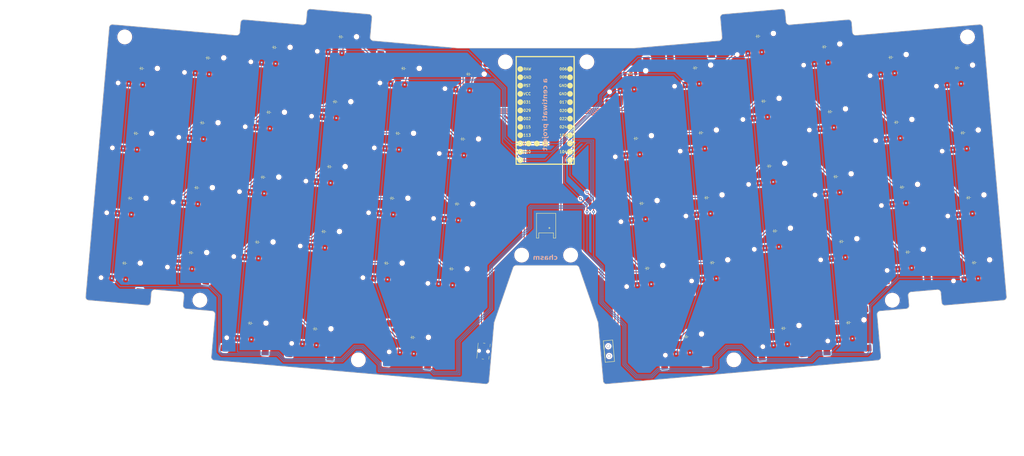
<source format=kicad_pcb>
(kicad_pcb (version 20241229) (generator "pcbnew") (generator_version "9.0")
  (title_block (title "base") (rev "v1.0.0") (company "Unknown"))
  (layers (0 "F.Cu" signal) (2 "B.Cu" signal) (13 "F.Paste" user) (15 "B.Paste" user) (5 "F.SilkS" user) (7 "B.SilkS" user) (1 "F.Mask" user) (3 "B.Mask" user) (25 "Edge.Cuts" user))
  (net 0 "")
  (net 1 "P011")
  (net 2 "outer_bottom")
  (net 3 "GND")
  (net 4 "outer_home")
  (net 5 "outer_top")
  (net 6 "outer_num")
  (net 7 "P104")
  (net 8 "pinky_bottom")
  (net 9 "pinky_home")
  (net 10 "pinky_top")
  (net 11 "pinky_num")
  (net 12 "P106")
  (net 13 "ring_bottom")
  (net 14 "ring_home")
  (net 15 "ring_top")
  (net 16 "ring_num")
  (net 17 "P111")
  (net 18 "middle_bottom")
  (net 19 "middle_home")
  (net 20 "middle_top")
  (net 21 "middle_num")
  (net 22 "P010")
  (net 23 "index_bottom")
  (net 24 "index_home")
  (net 25 "index_top")
  (net 26 "index_num")
  (net 27 "P009")
  (net 28 "inner_bottom")
  (net 29 "inner_home")
  (net 30 "inner_top")
  (net 31 "inner_num")
  (net 32 "option_thumbrow")
  (net 33 "command_thumbrow")
  (net 34 "space1_thumbrow")
  (net 35 "mirror_outer_bottom")
  (net 36 "mirror_outer_home")
  (net 37 "mirror_outer_top")
  (net 38 "mirror_outer_num")
  (net 39 "mirror_pinky_bottom")
  (net 40 "mirror_pinky_home")
  (net 41 "mirror_pinky_top")
  (net 42 "mirror_pinky_num")
  (net 43 "mirror_ring_bottom")
  (net 44 "mirror_ring_home")
  (net 45 "mirror_ring_top")
  (net 46 "mirror_ring_num")
  (net 47 "mirror_middle_bottom")
  (net 48 "mirror_middle_home")
  (net 49 "mirror_middle_top")
  (net 50 "mirror_middle_num")
  (net 51 "mirror_index_bottom")
  (net 52 "mirror_index_home")
  (net 53 "mirror_index_top")
  (net 54 "mirror_index_num")
  (net 55 "mirror_inner_bottom")
  (net 56 "mirror_inner_home")
  (net 57 "mirror_inner_top")
  (net 58 "mirror_inner_num")
  (net 59 "mirror_option_thumbrow")
  (net 60 "mirror_command_thumbrow")
  (net 61 "mirror_space1_thumbrow")
  (net 62 "RAW")
  (net 63 "RST")
  (net 64 "VCC")
  (net 65 "P031")
  (net 66 "P029")
  (net 67 "P002")
  (net 68 "P115")
  (net 69 "P113")
  (net 70 "P006")
  (net 71 "P008")
  (net 72 "P017")
  (net 73 "P020")
  (net 74 "P022")
  (net 75 "P024")
  (net 76 "P100")
  (net 77 "P101")
  (net 78 "P102")
  (net 79 "P107")
  (net 80 "pos")
  (footprint "E73:SPDT_C128955" (layer "F.Cu") (at 249.655145 124.791519 95)
    (property "Reference" "T1" (hide yes))
    (property "Value" "" (hide yes))
  )
  (footprint "ceoloide:diode_tht_sod123" (layer "F.Cu") (at 143.659113 71.396297 -5)
    (property "Reference" "D10" (hide yes))
    (property "Value" "")
  )
  (footprint "PG1316S" (layer "F.Cu") (at 122.102788 76.838247 -5)
    (property "Reference" "S6" (hide yes))
    (property "Value" "")
  )
  (footprint "ceoloide:diode_tht_sod123" (layer "F.Cu") (at 141.915998 91.320191 -5)
    (property "Reference" "D9" (hide yes))
    (property "Value" "")
  )
  (footprint "PG1316S" (layer "F.Cu") (at 296.352562 50.438636 5)
    (property "Reference" "S42" (hide yes))
    (property "Value" "")
  )
  (footprint "PG1316S" (layer "F.Cu") (at 123.845903 56.914353 -5)
    (property "Reference" "S7" (hide yes))
    (property "Value" "")
  )
  (footprint "ceoloide:diode_tht_sod123" (layer "F.Cu") (at 257.997756 59.51602 5)
    (property "Reference" "D50" (hide yes))
    (property "Value" "")
  )
  (footprint "ceoloide:diode_tht_sod123" (layer "F.Cu") (at 259.740871 79.439914 5)
    (property "Reference" "D49" (hide yes))
    (property "Value" "")
  )
  (footprint "ceoloide:diode_tht_sod123" (layer "F.Cu") (at 359.970431 77.697702 5)
    (property "Reference" "D29" (hide yes))
    (property "Value" "")
  )
  (footprint "PG1316S" (layer "F.Cu") (at 280.612143 99.999097 5)
    (property "Reference" "S44" (hide yes))
    (property "Value" "")
  )
  (footprint "ceoloide:diode_tht_sod123" (layer "F.Cu") (at 261.483986 99.363808 5)
    (property "Reference" "D48" (hide yes))
    (property "Value" "")
  )
  (footprint "PG1316S" (layer "F.Cu") (at 275.382799 40.227414 5)
    (property "Reference" "S47" (hide yes))
    (property "Value" "")
  )
  (footprint "ceoloide:diode_tht_sod123" (layer "F.Cu") (at 358.227316 57.773808 5)
    (property "Reference" "D30" (hide yes))
    (property "Value" "")
  )
  (footprint "ceoloide:diode_tht_sod123" (layer "F.Cu") (at 315.764856 31.374197 5)
    (property "Reference" "D39" (hide yes))
    (property "Value" "")
  )
  (footprint "PG1316S" (layer "F.Cu") (at 258.945135 81.818317 5)
    (property "Reference" "S49" (hide yes))
    (property "Value" "")
  )
  (footprint "ceoloide:diode_tht_sod123" (layer "F.Cu") (at 106.425998 38.024226 -5)
    (property "Reference" "D4" (hide yes))
    (property "Value" "")
  )
  (footprint "PG1316S" (layer "F.Cu") (at 255.458905 41.970529 5)
    (property "Reference" "S51" (hide yes))
    (property "Value" "")
  )
  (footprint "ceoloide:diode_tht_sod123" (layer "F.Cu") (at 317.507971 51.298091 5)
    (property "Reference" "D38" (hide yes))
    (property "Value" "")
  )
  (footprint "ceoloide:diode_tht_sod123" (layer "F.Cu") (at 356.484201 37.849914 5)
    (property "Reference" "D31" (hide yes))
    (property "Value" "")
  )
  (footprint "HOLE_M2_TH" (layer "F.Cu") (at 237.958905 95.318317)
    (property "Reference" "")
    (property "Value" "")
  )
  (footprint "ceoloide:diode_tht_sod123" (layer "F.Cu") (at 162.275671 88.082332 -5)
    (property "Reference" "D13" (hide yes))
    (property "Value" "")
  )
  (footprint "PG1316S" (layer "F.Cu") (at 338.815022 76.838247 5)
    (property "Reference" "S33" (hide yes))
    (property "Value" "")
  )
  (footprint "ceoloide:diode_tht_sod123" (layer "F.Cu") (at 183.245434 77.87111 -5)
    (property "Reference" "D18" (hide yes))
    (property "Value" "")
  )
  (footprint "ceoloide:diode_tht_sod123" (layer "F.Cu") (at 164.018786 68.158438 -5)
    (property "Reference" "D14" (hide yes))
    (property "Value" "")
  )
  (footprint "ceoloide:diode_tht_sod123" (layer "F.Cu") (at 189.54684 120.582845 -5)
    (property "Reference" "D27" (hide yes))
    (property "Value" "")
  )
  (footprint "ceoloide:diode_tht_sod123" (layer "F.Cu") (at 181.502319 97.795004 -5)
    (property "Reference" "D17" (hide yes))
    (property "Value" "")
  )
  (footprint "HOLE_M2_TH" (layer "F.Cu") (at 124.294777 109.152257 -5)
    (property "Reference" "")
    (property "Value" "")
  )
  (footprint "PG1316S" (layer "F.Cu") (at 105.229345 40.228318 -5)
    (property "Reference" "S4" (hide yes))
    (property "Value" "")
  )
  (footprint "ceoloide:diode_tht_sod123" (layer "F.Cu") (at 165.761901 48.234544 -5)
    (property "Reference" "D15" (hide yes))
    (property "Value" "")
  )
  (footprint "PG1316S" (layer "F.Cu") (at 318.455349 73.600389 5)
    (property "Reference" "S37" (hide yes))
    (property "Value" "")
  )
  (footprint "ceoloide:diode_tht_sod123" (layer "F.Cu") (at 123.299441 74.634155 -5)
    (property "Reference" "D6" (hide yes))
    (property "Value" "")
  )
  (footprint "PG1316S" (layer "F.Cu") (at 142.46246 73.600389 -5)
    (property "Reference" "S10" (hide yes))
    (property "Value" "")
  )
  (footprint "ceoloide:diode_tht_sod123" (layer "F.Cu") (at 277.92165 57.772905 5)
    (property "Reference" "D46" (hide yes))
    (property "Value" "")
  )
  (footprint "PG1316S" (layer "F.Cu") (at 337.071907 56.914353 5)
    (property "Reference" "S34" (hide yes))
    (property "Value" "")
  )
  (footprint "ceoloide:diode_tht_sod123" (layer "F.Cu") (at 276.178535 37.849011 5)
    (property "Reference" "D47" (hide yes))
    (property "Value" "")
  )
  (footprint "PG1316S" (layer "F.Cu") (at 158.464346 120.172265 -5)
    (property "Reference" "S26" (hide yes))
    (property "Value" "")
  )
  (footprint "ceoloide:diode_tht_sod123" (layer "F.Cu") (at 145.402228 51.472403 -5)
    (property "Reference" "D11" (hide yes))
    (property "Value" "")
  )
  (footprint "PG1316S" (layer "F.Cu") (at 277.125914 60.151308 5)
    (property "Reference" "S46" (hide yes))
    (property "Value" "")
  )
  (footprint "ceoloide:diode_tht_sod123" (layer "F.Cu") (at 147.145343 31.548509 -5)
    (property "Reference" "D12" (hide yes))
    (property "Value" "")
  )
  (footprint "PG1316S" (layer "F.Cu") (at 100 100 -5)
    (property "Reference" "S1" (hide yes))
    (property "Value" "")
  )
  (footprint "PG1316S" (layer "F.Cu") (at 185.535011 40.227414 -5)
    (property "Reference" "S20" (hide yes))
    (property "Value" "")
  )
  (footprint "PG1316S" (layer "F.Cu") (at 320.198464 93.524283 5)
    (property "Reference" "S36" (hide yes))
    (property "Value" "")
  )
  (footprint "PG1316S" (layer "F.Cu") (at 103.48623 60.152212 -5)
    (property "Reference" "S3" (hide yes))
    (property "Value" "")
  )
  (footprint "PG1316S" (layer "F.Cu") (at 298.095676 70.36253 5)
    (property "Reference" "S41" (hide yes))
    (property "Value" "")
  )
  (footprint "HOLE_M2_TH" (layer "F.Cu") (at 336.623032 109.152257 5)
    (property "Reference" "")
    (property "Value" "")
  )
  (footprint "ceoloide:diode_tht_sod123" (layer "F.Cu") (at 297.148298 48.060233 5)
    (property "Reference" "D42" (hide yes))
    (property "Value" "")
  )
  (footprint "PG1316S" (layer "F.Cu") (at 183.791896 60.151308 -5)
    (property "Reference" "S19" (hide yes))
    (property "Value" "")
  )
  (footprint "PG1316S" (layer "F.Cu") (at 257.20202 61.894423 5)
    (property "Reference" "S50" (hide yes))
    (property "Value" "")
  )
  (footprint "ceoloide:diode_tht_sod123" (layer "F.Cu") (at 256.254641 39.592126 5)
    (property "Reference" "D51" (hide yes))
    (property "Value" "")
  )
  (footprint "PG1316S" (layer "F.Cu") (at 294.609447 30.514742 5)
    (property "Reference" "S43" (hide yes))
    (property "Value" "")
  )
  (footprint "PG1316S" (layer "F.Cu") (at 340.558137 96.762141 5)
    (property "Reference" "S32" (hide yes))
    (property "Value" "")
  )
  (footprint "ceoloide:diode_tht_sod123" (layer "F.Cu") (at 125.042555 54.710261 -5)
    (property "Reference" "D7" (hide yes))
    (property "Value" "")
  )
  (footprint "PG1316S" (layer "F.Cu") (at 120.359673 96.762141 -5)
    (property "Reference" "S5" (hide yes))
    (property "Value" "")
  )
  (footprint "ceoloide:diode_tht_sod123" (layer "F.Cu") (at 101.196653 97.795908 -5)
    (property "Reference" "D1" (hide yes))
    (property "Value" "")
  )
  (footprint "PG1316S" (layer "F.Cu") (at 260.688249 101.742211 5)
    (property "Reference" "S48" (hide yes))
    (property "Value" "")
  )
  (footprint "ceoloide:diode_tht_sod123" (layer "F.Cu") (at 104.682883 57.94812 -5)
    (property "Reference" "D3" (hide yes))
    (property "Value" "")
  )
  (footprint "PG1316S" (layer "F.Cu") (at 360.917809 100 5)
    (property "Reference" "S28" (hide yes))
    (property "Value" "")
  )
  (footprint "ceoloide:diode_tht_sod123" (layer "F.Cu") (at 204.912443 59.690331 -5)
    (property "Reference" "D23" (hide yes))
    (property "Value" "")
  )
  (footprint "PG1316S" (layer "F.Cu") (at 355.688465 40.228318 5)
    (property "Reference" "S31" (hide yes))
    (property "Value" "")
  )
  (footprint "ceoloide:diode_tht_sod123" (layer "F.Cu") (at 279.664765 77.696799 5)
    (property "Reference" "D45" (hide yes))
    (property "Value" "")
  )
  (footprint "PG1316S" (layer "F.Cu") (at 145.94869 33.752601 -5)
    (property "Reference" "S12" (hide yes))
    (property "Value" "")
  )
  (footprint "HOLE_M2_TH" (layer "F.Cu") (at 222.958905 95.318317)
    (property "Reference" "")
    (property "Value" "")
  )
  (footprint "HOLE_M2_TH" (layer "F.Cu") (at 359.667147 28.3363 5)
    (property "Reference" "")
    (property "Value" "")
  )
  (footprint "PG1316S" (layer "F.Cu") (at 144.205575 53.676495 -5)
    (property "Reference" "S11" (hide yes))
    (property "Value" "")
  )
  (footprint "HOLE_M2_TH" (layer "F.Cu") (at 242.958905 36)
    (property "Reference" "")
    (property "Value" "")
  )
  (footprint "ceoloide:diode_tht_sod123" (layer "F.Cu") (at 341.353873 94.383738 5)
    (property "Reference" "D32" (hide yes))
    (property "Value" "")
  )
  (footprint "ceoloide:diode_tht_sod123" (layer "F.Cu") (at 339.610758 74.459844 5)
    (property "Reference" "D33" (hide yes))
    (property "Value" "")
  )
  (footprint "PG1316S" (layer "F.Cu") (at 138.540452 118.42915 -5)
    (property "Reference" "S25" (hide yes))
    (property "Value" "")
  )
  (footprint "ceoloide:diode_tht_sod123" (layer "F.Cu") (at 273.363359 120.408534 5)
    (property "Reference" "D54" (hide yes))
    (property "Value" "")
  )
  (footprint "PG1316S" (layer "F.Cu") (at 201.972675 81.818317 -5)
    (property "Reference" "S22" (hide yes))
    (property "Value" "")
  )
  (footprint "ceoloide:diode_tht_sod123" (layer "F.Cu") (at 281.40788 97.620693 5)
    (property "Reference" "D44" (hide yes))
    (property "Value" "")
  )
  (footprint "ceoloide:diode_tht_sod123" (layer "F.Cu") (at 298.891413 67.984127 5)
    (property "Reference" "D41" (hide yes))
    (property "Value" "")
  )
  (footprint "PG1316S" (layer "F.Cu") (at 101.743115 80.076106 -5)
    (property "Reference" "S2" (hide yes))
    (property "Value" "")
  )
  (footprint "PG1316S" (layer "F.Cu") (at 182.048781 80.075202 -5)
    (property "Reference" "S18" (hide yes))
    (property "Value" "")
  )
  (footprint "PG1316S" (layer "F.Cu") (at 314.969119 33.752601 5)
    (property "Reference" "S39" (hide yes))
    (property "Value" "")
  )
  (footprint "PG1316S" (layer "F.Cu") (at 322.377358 118.42915 5)
    (property "Reference" "S52" (hide yes))
    (property "Value" "")
  )
  (footprint "ceoloide:diode_tht_sod123" (layer "F.Cu") (at 126.78567 34.786367 -5)
    (property "Reference" "D8" (hide yes))
    (property "Value" "")
  )
  (footprint "PG1316S" (layer "F.Cu") (at 164.565248 50.438636 -5)
    (property "Reference" "S15" (hide yes))
    (property "Value" "")
  )
  (footprint "ceoloide:diode_tht_sod123" (layer "F.Cu") (at 323.173094 116.050747 5)
    (property "Reference" "D52" (hide yes))
    (property "Value" "")
  )
  (footprint "ceoloide:diode_tht_sod123" (layer "F.Cu") (at 206.655558 39.766437 -5)
    (property "Reference" "D24" (hide yes))
    (property "Value" "")
  )
  (footprint "PG1316S" (layer "F.Cu") (at 161.079018 90.286424 -5)
    (property "Reference" "S13" (hide yes))
    (property "Value" "")
  )
  (footprint "ceoloide:diode_tht_sod123" (layer "F.Cu") (at 295.405183 28.136339 5)
    (property "Reference" "D43" (hide yes))
    (property "Value" "")
  )
  (footprint "ceoloide:diode_tht_sod123" (layer "F.Cu") (at 159.660999 117.968173 -5)
    (property "Reference" "D26" (hide yes))
    (property "Value" "")
  )
  (footprint "PG1316S" (layer "F.Cu") (at 203.71579 61.894423 -5)
    (property "Reference" "S23" (hide yes))
    (property "Value" "")
  )
  (footprint "PG1316S" (layer "F.Cu") (at 205.458905 41.970529 -5)
    (property "Reference" "S24" (hide yes))
    (property "Value" "")
  )
  (footprint "nice_nano" (layer "F.Cu") (at 230.164623 52.162559 -90)
    (property "Reference" "MCU1" (hide yes))
    (property "Value" "nice_nano" (hide yes))
  )
  (footprint "PG1316S" (layer "F.Cu") (at 140.719345 93.524283 -5)
    (property "Reference" "S9" (hide yes))
    (property "Value" "")
  )
  (footprint "PG1316S" (layer "F.Cu") (at 200.22956 101.742211 -5)
    (property "Reference" "S21" (hide yes))
    (property "Value" "")
  )
  (footprint "PG1316S" (layer "F.Cu") (at 302.453464 120.172265 5)
    (property "Reference" "S53" (hide yes))
    (property "Value" "")
  )
  (footprint "ceoloide:diode_tht_sod123" (layer "F.Cu") (at 121.556326 94.558049 -5)
    (property "Reference" "D5" (hide yes))
    (property "Value" "")
  )
  (footprint "HOLE_M2_TH" (layer "F.Cu") (at 101.250662 28.3363 -5)
    (property "Reference" "")
    (property "Value" "")
  )
  (footprint "PG1316S" (layer "F.Cu") (at 125.589017 36.990459 -5)
    (property "Reference" "S8" (hide yes))
    (property "Value" "")
  )
  (footprint "PG1316S" (layer "F.Cu") (at 188.350187 122.786937 -5)
    (property "Reference" "S27" (hide yes))
    (property "Value" "")
  )
  (footprint "ceoloide:diode_tht_sod123" (layer "F.Cu") (at 300.634528 87.908021 5)
    (property "Reference" "D40" (hide yes))
    (property "Value" "")
  )
  (footprint "ceoloide:diode_tht_sod123" (layer "F.Cu") (at 186.731664 38.023322 -5)
    (property "Reference" "D20" (hide yes))
    (property "Value" "")
  )
  (footprint "HOLE_M2_TH" (layer "F.Cu") (at 217.958905 36)
    (property "Reference" "")
    (property "Value" "")
  )
  (footprint "ceoloide:diode_tht_sod123" (layer "F.Cu") (at 203.169328 79.614225 -5)
    (property "Reference" "D22" (hide yes))
    (property "Value" "")
  )
  (footprint "PG1316S" (layer "F.Cu") (at 166.308363 30.514742 -5)
    (property "Reference" "S16" (hide yes))
    (property "Value" "")
  )
  (footprint "ceoloide:diode_tht_sod123" (layer "F.Cu") (at 184.988549 57.947216 -5)
    (property "Reference" "D19" (hide yes))
    (property "Value" "")
  )
  (footprint "ceoloide:diode_tht_sod123" (layer "F.Cu") (at 102.939768 77.872014 -5)
    (property "Reference" "D2" (hide yes))
    (property "Value" "")
  )
  (footprint "PG1316S" (layer "F.Cu") (at 299.838791 90.286424 5)
    (property "Reference" "S40" (hide yes))
    (property "Value" "")
  )
  (footprint "JST_PH_S2B-PH-K_02x2.00mm_Angled" (layer "F.Cu") (at 230.458905 88.742211 180)
    (property "Reference" "JST1" (hide yes))
    (property "Value" "" (hide yes))
  )
  (footprint "ceoloide:diode_tht_sod123" (layer "F.Cu") (at 201.426213 99.538119 -5)
    (property "Reference" "D21" (hide yes))
    (property "Value" "")
  )
  (footprint "PG1316S" (layer "F.Cu") (at 180.305666 99.999097 -5)
    (property "Reference" "S17" (hide yes))
    (property "Value" "")
  )
  (footprint "PG1316S" (layer "F.Cu") (at 316.712234 53.676495 5)
    (property "Reference" "S38" (hide yes))
    (property "Value" "")
  )
  (footprint "ceoloide:diode_tht_sod123" (layer "F.Cu") (at 319.251086 71.221985 5)
    (property "Reference" "D37" (hide yes))
    (property "Value" "")
  )
  (footprint "PG1316S" (layer "F.Cu") (at 272.567623 122.786937 5)
    (property "Reference" "S54" (hide yes))
    (property "Value" "")
  )
  (footprint "ceoloide:diode_tht_sod123" (layer "F.Cu") (at 320.9942 91.145879 5)
    (property "Reference" "D36" (hide yes))
    (property "Value" "")
  )
  (footprint "PG1316S" (layer "F.Cu") (at 357.43158 60.152212 5)
    (property "Reference" "S30" (hide yes))
    (property "Value" "")
  )
  (footprint "ceoloide:diode_tht_sod123" (layer "F.Cu") (at 303.2492 117.793862 5)
    (property "Reference" "D53" (hide yes))
    (property "Value" "")
  )
  (footprint "HOLE_M2_TH" (layer "F.Cu") (at 172.884332 127.456769 -5)
    (property "Reference" "")
    (property "Value" "")
  )
  (footprint "Panasonic_EVQPUL_EVQPUC" (layer "F.Cu") (at 211.262665 124.791519 -95)
    (property "Reference" "B1" (hide yes))
    (property "Value" "Panasonic_EVQPUL_EVQPUC" (hide yes))
  )
  (footprint "PG1316S" (layer "F.Cu") (at 335.328792 36.990459 5)
    (property "Reference" "S35" (hide yes))
    (property "Value" "")
  )
  (footprint "HOLE_M2_TH" (layer "F.Cu") (at 288.033478 127.456769 5)
    (property "Reference" "")
    (property "Value" "")
  )
  (footprint "ceoloide:diode_tht_sod123" (layer "F.Cu") (at 336.124528 34.612056 5)
    (property "Reference" "D35" (hide yes))
    (property "Value" "")
  )
  (footprint "PG1316S" (layer "F.Cu") (at 278.869028 80.075202 5)
    (property "Reference" "S45" (hide yes))
    (property "Value" "")
  )
  (footprint "PG1316S" (layer "F.Cu") (at 359.174695 80.076106 5)
    (property "Reference" "S29" (hide yes))
    (property "Value" "")
  )
  (footprint "ceoloide:diode_tht_sod123" (layer "F.Cu") (at 361.713546 97.621597 5)
    (property "Reference" "D28" (hide yes))
    (property "Value" "")
  )
  (footprint "ceoloide:diode_tht_sod123" (layer "F.Cu") (at 337.867643 54.53595 5)
    (property "Reference" "D34" (hide yes))
    (property "Value" "")
  )
  (footprint "ceoloide:diode_tht_sod123" (layer "F.Cu") (at 167.505016 28.31065 -5)
    (property "Reference" "D16" (hide yes))
    (property "Value" "")
  )
  (footprint "ceoloide:diode_tht_sod123" (layer "F.Cu") (at 139.737105 116.225058 -5)
    (property "Reference" "D25" (hide yes))
    (property "Value" "")
  )
  (footprint "PG1316S" (layer "F.Cu") (at 162.822133 70.36253 -5)
    (property "Reference" "S14" (hide yes))
    (property "Value" "")
  )
  (gr_arc (start 371.664157 108.094195) (mid 371.434007 108.824138) (end 370.755119 109.177545) (stroke (width 0.15)) (layer "Edge.Cuts"))
  (gr_line (start 176.145672 21.337197) (end 158.214168 19.768393) (stroke (width 0.15)) (layer "Edge.Cuts"))
  (gr_line (start 246.390986 116.166293) (end 247.94906 133.975161) (stroke (width 0.15)) (layer "Edge.Cuts"))
  (gr_line (start 119.400959 107.720283) (end 119.139492 110.708867) (stroke (width 0.15)) (layer "Edge.Cuts"))
  (gr_line (start 128.703142 127.606696) (end 147.630841 129.262655) (stroke (width 0.15)) (layer "Edge.Cuts"))
  (gr_arc (start 136.509678 26.903875) (mid 136.156271 27.582764) (end 135.426327 27.812914) (stroke (width 0.15)) (layer "Edge.Cuts"))
  (gr_line (start 342.425889 106.636933) (end 350.395446 105.939687) (stroke (width 0.15)) (layer "Edge.Cuts"))
  (gr_line (start 196.368515 31.137025) (end 177.440816 29.481066) (stroke (width 0.15)) (layer "Edge.Cuts"))
  (gr_line (start 128.927128 113.572814) (end 127.794103 126.523345) (stroke (width 0.15)) (layer "Edge.Cuts"))
  (gr_arc (start 203.454556 31.753153) (mid 203.410936 31.752201) (end 203.3674 31.749348) (stroke (width 0.15)) (layer "Edge.Cuts"))
  (gr_line (start 264.549294 31.137025) (end 257.550409 31.749348) (stroke (width 0.15)) (layer "Edge.Cuts"))
  (gr_arc (start 350.395447 105.939686) (mid 351.12539 106.169837) (end 351.478797 106.848726) (stroke (width 0.15)) (layer "Edge.Cuts"))
  (gr_line (start 368.265084 69.242602) (end 366.521969 49.318708) (stroke (width 0.15)) (layer "Edge.Cuts"))
  (gr_arc (start 249.03241 134.884199) (mid 248.302467 134.654049) (end 247.94906 133.975161) (stroke (width 0.15)) (layer "Edge.Cuts"))
  (gr_arc (start 109.177546 109.83731) (mid 108.824139 110.516199) (end 108.094195 110.746349) (stroke (width 0.15)) (layer "Edge.Cuts"))
  (gr_arc (start 96.487578 25.410035) (mid 96.840985 24.731146) (end 97.570929 24.500996) (stroke (width 0.15)) (layer "Edge.Cuts"))
  (gr_arc (start 302.703641 19.768393) (mid 303.433585 19.998543) (end 303.786992 20.677432) (stroke (width 0.15)) (layer "Edge.Cuts"))
  (gr_arc (start 177.440816 29.481066) (mid 176.761927 29.127659) (end 176.531777 28.397715) (stroke (width 0.15)) (layer "Edge.Cuts"))
  (gr_line (start 97.570929 24.500996) (end 135.426327 27.812914) (stroke (width 0.15)) (layer "Edge.Cuts"))
  (gr_line (start 283.476994 29.481066) (end 264.549294 31.137025) (stroke (width 0.15)) (layer "Edge.Cuts"))
  (gr_line (start 155.786 24.575055) (end 137.854495 23.006252) (stroke (width 0.15)) (layer "Edge.Cuts"))
  (gr_line (start 90.16269 109.177545) (end 108.094195 110.746349) (stroke (width 0.15)) (layer "Edge.Cuts"))
  (gr_line (start 214.577706 115.927283) (end 220.356736 99.178187) (stroke (width 0.15)) (layer "Edge.Cuts"))
  (gr_line (start 371.664158 108.094195) (end 370.008199 89.166496) (stroke (width 0.15)) (layer "Edge.Cuts"))
  (gr_arc (start 128.703142 127.606696) (mid 128.024253 127.253289) (end 127.794103 126.523345) (stroke (width 0.15)) (layer "Edge.Cuts"))
  (gr_line (start 333.123706 126.523345) (end 331.990682 113.572814) (stroke (width 0.15)) (layer "Edge.Cuts"))
  (gr_line (start 90.90961 89.166496) (end 89.253651 108.094195) (stroke (width 0.15)) (layer "Edge.Cuts"))
  (gr_arc (start 305.131809 24.575056) (mid 304.401866 24.344905) (end 304.048459 23.666016) (stroke (width 0.15)) (layer "Edge.Cuts"))
  (gr_arc (start 156.86935 23.666017) (mid 156.515943 24.344905) (end 155.786 24.575055) (stroke (width 0.15)) (layer "Edge.Cuts"))
  (gr_line (start 324.408132 26.903875) (end 324.146665 23.915291) (stroke (width 0.15)) (layer "Edge.Cuts"))
  (gr_line (start 120.048531 111.792218) (end 128.018089 112.489463) (stroke (width 0.15)) (layer "Edge.Cuts"))
  (gr_arc (start 341.516851 107.720283) (mid 341.747001 106.99034) (end 342.425889 106.636933) (stroke (width 0.15)) (layer "Edge.Cuts"))
  (gr_line (start 147.630841 129.262655) (end 211.885399 134.8842) (stroke (width 0.15)) (layer "Edge.Cuts"))
  (gr_line (start 109.177545 109.83731) (end 109.439013 106.848726) (stroke (width 0.15)) (layer "Edge.Cuts"))
  (gr_line (start 323.063314 23.006252) (end 305.13181 24.575055) (stroke (width 0.15)) (layer "Edge.Cuts"))
  (gr_line (start 203.3674 31.749348) (end 196.368515 31.137025) (stroke (width 0.15)) (layer "Edge.Cuts"))
  (gr_arc (start 136.771144 23.915291) (mid 137.124551 23.236402) (end 137.854495 23.006252) (stroke (width 0.15)) (layer "Edge.Cuts"))
  (gr_arc (start 257.550409 31.749348) (mid 257.506873 31.752202) (end 257.463253 31.753153) (stroke (width 0.15)) (layer "Edge.Cuts"))
  (gr_line (start 221.302049 98.504353) (end 239.615761 98.504353) (stroke (width 0.15)) (layer "Edge.Cuts"))
  (gr_arc (start 214.526824 116.166294) (mid 214.544937 116.045228) (end 214.577706 115.927283) (stroke (width 0.15)) (layer "Edge.Cuts"))
  (gr_arc (start 220.356737 99.178187) (mid 220.721604 98.690054) (end 221.302049 98.504353) (stroke (width 0.15)) (layer "Edge.Cuts"))
  (gr_line (start 136.771145 23.915291) (end 136.509678 26.903875) (stroke (width 0.15)) (layer "Edge.Cuts"))
  (gr_line (start 283.863098 22.420547) (end 284.386033 28.397715) (stroke (width 0.15)) (layer "Edge.Cuts"))
  (gr_arc (start 128.018089 112.489463) (mid 128.696978 112.84287) (end 128.927128 113.572814) (stroke (width 0.15)) (layer "Edge.Cuts"))
  (gr_arc (start 176.145673 21.337197) (mid 176.824561 21.690604) (end 177.054711 22.420547) (stroke (width 0.15)) (layer "Edge.Cuts"))
  (gr_arc (start 352.823615 110.746349) (mid 352.093671 110.516199) (end 351.740264 109.83731) (stroke (width 0.15)) (layer "Edge.Cuts"))
  (gr_arc (start 109.439013 106.848725) (mid 109.79242 106.169837) (end 110.522363 105.939687) (stroke (width 0.15)) (layer "Edge.Cuts"))
  (gr_line (start 313.286968 129.262655) (end 332.214667 127.606696) (stroke (width 0.15)) (layer "Edge.Cuts"))
  (gr_arc (start 363.346881 24.500997) (mid 364.076824 24.731147) (end 364.430231 25.410035) (stroke (width 0.15)) (layer "Edge.Cuts"))
  (gr_arc (start 118.491921 106.636933) (mid 119.170809 106.99034) (end 119.400959 107.720283) (stroke (width 0.15)) (layer "Edge.Cuts"))
  (gr_arc (start 239.615761 98.504353) (mid 240.196206 98.690054) (end 240.561073 99.178187) (stroke (width 0.15)) (layer "Edge.Cuts"))
  (gr_arc (start 325.491483 27.812914) (mid 324.761539 27.582764) (end 324.408132 26.903875) (stroke (width 0.15)) (layer "Edge.Cuts"))
  (gr_arc (start 283.863099 22.420547) (mid 284.093249 21.690604) (end 284.772137 21.337197) (stroke (width 0.15)) (layer "Edge.Cuts"))
  (gr_line (start 249.03241 134.8842) (end 313.286968 129.262655) (stroke (width 0.15)) (layer "Edge.Cuts"))
  (gr_arc (start 323.063314 23.006252) (mid 323.793258 23.236402) (end 324.146665 23.915291) (stroke (width 0.15)) (layer "Edge.Cuts"))
  (gr_line (start 325.491482 27.812914) (end 363.346881 24.500996) (stroke (width 0.15)) (layer "Edge.Cuts"))
  (gr_arc (start 246.340104 115.927282) (mid 246.372873 116.045227) (end 246.390986 116.166293) (stroke (width 0.15)) (layer "Edge.Cuts"))
  (gr_arc (start 284.386033 28.397715) (mid 284.155883 29.127659) (end 283.476994 29.481066) (stroke (width 0.15)) (layer "Edge.Cuts"))
  (gr_arc (start 331.990681 113.572813) (mid 332.220832 112.84287) (end 332.899721 112.489463) (stroke (width 0.15)) (layer "Edge.Cuts"))
  (gr_line (start 351.478797 106.848726) (end 351.740264 109.83731) (stroke (width 0.15)) (layer "Edge.Cuts"))
  (gr_line (start 257.463253 31.753153) (end 203.454556 31.753153) (stroke (width 0.15)) (layer "Edge.Cuts"))
  (gr_line (start 92.652725 69.242602) (end 90.909611 89.166496) (stroke (width 0.15)) (layer "Edge.Cuts"))
  (gr_line (start 176.531777 28.397715) (end 177.054711 22.420547) (stroke (width 0.15)) (layer "Edge.Cuts"))
  (gr_line (start 212.96875 133.975161) (end 214.526824 116.166293) (stroke (width 0.15)) (layer "Edge.Cuts"))
  (gr_line (start 332.899721 112.489463) (end 340.869278 111.792218) (stroke (width 0.15)) (layer "Edge.Cuts"))
  (gr_arc (start 90.16269 109.177546) (mid 89.483801 108.824139) (end 89.253651 108.094195) (stroke (width 0.15)) (layer "Edge.Cuts"))
  (gr_line (start 302.703642 19.768393) (end 284.772137 21.337197) (stroke (width 0.15)) (layer "Edge.Cuts"))
  (gr_line (start 110.522363 105.939687) (end 118.49192 106.636933) (stroke (width 0.15)) (layer "Edge.Cuts"))
  (gr_arc (start 341.778317 110.708867) (mid 341.548167 111.438811) (end 340.869278 111.792218) (stroke (width 0.15)) (layer "Edge.Cuts"))
  (gr_line (start 94.39584 49.318708) (end 92.652725 69.242602) (stroke (width 0.15)) (layer "Edge.Cuts"))
  (gr_line (start 341.778317 110.708867) (end 341.51685 107.720283) (stroke (width 0.15)) (layer "Edge.Cuts"))
  (gr_line (start 94.39584 49.318708) (end 96.487578 25.410035) (stroke (width 0.15)) (layer "Edge.Cuts"))
  (gr_line (start 240.561073 99.178187) (end 246.340103 115.927283) (stroke (width 0.15)) (layer "Edge.Cuts"))
  (gr_line (start 352.823614 110.746349) (end 370.755119 109.177545) (stroke (width 0.15)) (layer "Edge.Cuts"))
  (gr_arc (start 120.048531 111.792218) (mid 119.369642 111.438811) (end 119.139492 110.708867) (stroke (width 0.15)) (layer "Edge.Cuts"))
  (gr_arc (start 212.96875 133.975161) (mid 212.615343 134.65405) (end 211.885399 134.8842) (stroke (width 0.15)) (layer "Edge.Cuts"))
  (gr_line (start 370.008199 89.166496) (end 368.265084 69.242602) (stroke (width 0.15)) (layer "Edge.Cuts"))
  (gr_arc (start 157.130817 20.677432) (mid 157.484224 19.998543) (end 158.214168 19.768393) (stroke (width 0.15)) (layer "Edge.Cuts"))
  (gr_line (start 304.048459 23.666016) (end 303.786992 20.677432) (stroke (width 0.15)) (layer "Edge.Cuts"))
  (gr_line (start 364.430231 25.410035) (end 366.521969 49.318708) (stroke (width 0.15)) (layer "Edge.Cuts"))
  (gr_line (start 157.130817 20.677432) (end 156.86935 23.666016) (stroke (width 0.15)) (layer "Edge.Cuts"))
  (gr_arc (start 333.123707 126.523346) (mid 332.893556 127.253289) (end 332.214667 127.606696) (stroke (width 0.15)) (layer "Edge.Cuts"))
  (gr_text "chasm" (at 234 97 0) (layer "B.SilkS") (effects (font (size 1.5 1.5) (thickness 0.3) (bold yes) (italic yes)) (justify left bottom mirror)))
  (via (at 237.784623 61.052559) (size 0.8) (drill 0.4) (layers "F.Cu" "B.Cu") (net 1))
  (segment (start 254 129) (end 254 117) (width 0.25) (layer "B.Cu") (net 1))
  (segment (start 179 129) (end 179 131) (width 0.25) (layer "B.Cu") (net 1))
  (segment (start 258 133) (end 254 129) (width 0.25) (layer "B.Cu") (net 1))
  (segment (start 226 81) (end 242 81) (width 0.25) (layer "B.Cu") (net 1))
  (segment (start 238.837182 60) (end 237.784623 61.052559) (width 0.25) (layer "B.Cu") (net 1))
  (segment (start 130 125) (end 131 126) (width 0.25) (layer "B.Cu") (net 1))
  (segment (start 330 125) (end 329 126) (width 0.25) (layer "B.Cu") (net 1))
  (segment (start 329 126) (end 314 126) (width 0.25) (layer "B.Cu") (net 1))
  (segment (start 204 122) (end 214 112) (width 0.25) (layer "B.Cu") (net 1))
  (segment (start 150 128) (end 168 128) (width 0.25) (layer "B.Cu") (net 1))
  (segment (start 242 81) (end 245 78) (width 0.25) (layer "B.Cu") (net 1))
  (segment (start 286 124) (end 283 127) (width 0.25) (layer "B.Cu") (net 1))
  (segment (start 131 126) (end 148 126) (width 0.25) (layer "B.Cu") (net 1))
  (segment (start 172 124) (end 174 124) (width 0.25) (layer "B.Cu") (net 1))
  (segment (start 247 99) (end 242 94) (width 0.25) (layer "B.Cu") (net 1))
  (segment (start 290 124) (end 286 124) (width 0.25) (layer "B.Cu") (net 1))
  (segment (start 283 127) (end 283 130) (width 0.25) (layer "B.Cu") (net 1))
  (segment (start 312 128) (end 294 128) (width 0.25) (layer "B.Cu") (net 1))
  (segment (start 282 131) (end 265 131) (width 0.25) (layer "B.Cu") (net 1))
  (segment (start 242 94) (end 242 81) (width 0.25) (layer "B.Cu") (net 1))
  (segment (start 254 117) (end 247 110) (width 0.25) (layer "B.Cu") (net 1))
  (segment (start 283 130) (end 282 131) (width 0.25) (layer "B.Cu") (net 1))
  (segment (start 148 126) (end 150 128) (width 0.25) (layer "B.Cu") (net 1))
  (segment (start 226 87) (end 226 81) (width 0.25) (layer "B.Cu") (net 1))
  (segment (start 263 133) (end 258 133) (width 0.25) (layer "B.Cu") (net 1))
  (segment (start 294 128) (end 290 124) (width 0.25) (layer "B.Cu") (net 1))
  (segment (start 204 132) (end 204 122) (width 0.25) (layer "B.Cu") (net 1))
  (segment (start 338.630961 102.369039) (end 330 111) (width 0.25) (layer "B.Cu") (net 1))
  (segment (start 130 108) (end 130 125) (width 0.25) (layer "B.Cu") (net 1))
  (segment (start 99.856524 105) (end 127 105) (width 0.25) (layer "B.Cu") (net 1))
  (segment (start 179 131) (end 195 131) (width 0.25) (layer "B.Cu") (net 1))
  (segment (start 355.172056 63.010017) (end 353.428941 43.086123) (width 0.25) (layer "B.Cu") (net 1))
  (segment (start 214 99) (end 226 87) (width 0.25) (layer "B.Cu") (net 1))
  (segment (start 265 131) (end 263 133) (width 0.25) (layer "B.Cu") (net 1))
  (segment (start 358.658285 102.857805) (end 356.915171 82.933911) (width 0.25) (layer "B.Cu") (net 1))
  (segment (start 100.764781 62.574239) (end 102.507896 42.650345) (width 0.25) (layer "B.Cu") (net 1))
  (segment (start 168 128) (end 172 124) (width 0.25) (layer "B.Cu") (net 1))
  (segment (start 97.278551 102.422027) (end 99.021666 82.498133) (width 0.25) (layer "B.Cu") (net 1))
  (segment (start 314 126) (end 312 128) (width 0.25) (layer "B.Cu") (net 1))
  (segment (start 127 105) (end 130 108) (width 0.25) (layer "B.Cu") (net 1))
  (segment (start 196 132) (end 204 132) (width 0.25) (layer "B.Cu") (net 1))
  (segment (start 245 60) (end 238.837182 60) (width 0.25) (layer "B.Cu") (net 1))
  (segment (start 330 111) (end 330 125) (width 0.25) (layer "B.Cu") (net 1))
  (segment (start 174 124) (end 179 129) (width 0.25) (layer "B.Cu") (net 1))
  (segment (start 358.658285 102.857805) (end 358.169519 102.369039) (width 0.25) (layer "B.Cu") (net 1))
  (segment (start 97.278551 102.422027) (end 99.856524 105) (width 0.25) (layer "B.Cu") (net 1))
  (segment (start 195 131) (end 196 132) (width 0.25) (layer "B.Cu") (net 1))
  (segment (start 245 78) (end 245 60) (width 0.25) (layer "B.Cu") (net 1))
  (segment (start 214 112) (end 214 99) (width 0.25) (layer "B.Cu") (net 1))
  (segment (start 99.021666 82.498133) (end 100.764781 62.574239) (width 0.25) (layer "B.Cu") (net 1))
  (segment (start 358.169519 102.369039) (end 338.630961 102.369039) (width 0.25) (layer "B.Cu") (net 1))
  (segment (start 247 110) (end 247 99) (width 0.25) (layer "B.Cu") (net 1))
  (segment (start 356.915171 82.933911) (end 355.172056 63.010017) (width 0.25) (layer "B.Cu") (net 1))
  (segment (start 102.840374 97.939715) (end 101.537283 102.794617) (width 0.25) (layer "F.Cu") (net 2))
  (segment (start 212.338214 122.25059) (end 211.880647 122.708157) (width 0.25) (layer "F.Cu") (net 3))
  (segment (start 211.880647 122.708157) (end 211.880647 127.480612) (width 0.25) (layer "F.Cu") (net 3))
  (segment (start 229.458905 88.742211) (end 226.104129 88.742211) (width 0.25) (layer "F.Cu") (net 3))
  (segment (start 212.338214 102.508126) (end 212.338214 122.25059) (width 0.25) (layer "F.Cu") (net 3))
  (segment (start 226.104129 88.742211) (end 212.338214 102.508126) (width 0.25) (layer "F.Cu") (net 3))
  (segment (start 104.583489 78.015821) (end 103.280398 82.870723) (width 0.25) (layer "F.Cu") (net 4))
  (segment (start 106.326604 58.091927) (end 105.023513 62.946829) (width 0.25) (layer "F.Cu") (net 5))
  (segment (start 108.069719 38.168033) (end 106.766628 43.022935) (width 0.25) (layer "F.Cu") (net 6))
  (segment (start 243 82) (end 243 80) (width 0.25) (layer "F.Cu") (net 7))
  (segment (start 243 80) (end 241 78) (width 0.25) (layer "F.Cu") (net 7))
  (via (at 237.784623 63.592559) (size 0.8) (drill 0.4) (layers "F.Cu" "B.Cu") (net 7))
  (via (at 243 82) (size 0.8) (drill 0.4) (layers "F.Cu" "B.Cu") (net 7))
  (via (at 241 78) (size 0.8) (drill 0.4) (layers "F.Cu" "B.Cu") (net 7))
  (segment (start 179.451 128.81319) (end 179.451 130.549) (width 0.25) (layer "B.Cu") (net 7))
  (segment (start 121.124454 59.33638) (end 119.381339 79.260274) (width 0.25) (layer "B.Cu") (net 7))
  (segment (start 334.812383 59.772158) (end 336.555498 79.696052) (width 0.25) (layer "B.Cu") (net 7))
  (segment (start 247.451 108) (end 247.451 98.81319) (width 0.25) (layer "B.Cu") (net 7))
  (segment (start 119.381339 79.260274) (end 117.638224 99.184168) (width 0.25) (layer "B.Cu") (net 7))
  (segment (start 254.451 116.81319) (end 252.318905 114.681095) (width 0.25) (layer "B.Cu") (net 7))
  (segment (start 130.451 124.81319) (end 131.18681 125.549) (width 0.25) (layer "B.Cu") (net 7))
  (segment (start 329.549 124.81319) (end 328.81319 125.549) (width 0.25) (layer "B.Cu") (net 7))
  (segment (start 308 127.549) (end 294.18681 127.549) (width 0.25) (layer "B.Cu") (net 7))
  (segment (start 213.549 111.81319) (end 213.549 98.81319) (width 0.25) (layer "B.Cu") (net 7))
  (segment (start 282.549 126.81319) (end 282.549 129.81319) (width 0.25) (layer "B.Cu") (net 7))
  (segment (start 285.81319 123.549) (end 284.681095 124.681095) (width 0.25) (layer "B.Cu") (net 7))
  (segment (start 195.18681 130.549) (end 196.18681 131.549) (width 0.25) (layer "B.Cu") (net 7))
  (segment (start 243 94.36219) (end 243 82) (width 0.25) (layer "B.Cu") (net 7))
  (segment (start 117.638224 104.187224) (end 118 104.549) (width 0.25) (layer "B.Cu") (net 7))
  (segment (start 130.451 107.81319) (end 130.451 124.81319) (width 0.25) (layer "B.Cu") (net 7))
  (segment (start 171.81319 123.549) (end 174.18681 123.549) (width 0.25) (layer "B.Cu") (net 7))
  (segment (start 213.549 98.81319) (end 225.549 86.81319) (width 0.25) (layer "B.Cu") (net 7))
  (segment (start 117.638224 99.184168) (end 117.638224 104.187224) (width 0.25) (layer "B.Cu") (net 7))
  (segment (start 338.298613 102.063577) (end 334.681095 105.681095) (width 0.25) (layer "B.Cu") (net 7))
  (segment (start 225.549 80.81319) (end 225.81319 80.549) (width 0.25) (layer "B.Cu") (net 7))
  (segment (start 281.81319 130.549) (end 280 130.549) (width 0.25) (layer "B.Cu") (net 7))
  (segment (start 179.451 130.549) (end 195.18681 130.549) (width 0.25) (layer "B.Cu") (net 7))
  (segment (start 328 125.549) (end 313.81319 125.549) (width 0.25) (layer "B.Cu") (net 7))
  (segment (start 255.318905 129.681095) (end 254.451 128.81319) (width 0.25) (layer "B.Cu") (net 7))
  (segment (start 240.926182 60.451) (end 237.784623 63.592559) (width 0.25) (layer "B.Cu") (net 7))
  (segment (start 311.81319 127.549) (end 308 127.549) (width 0.25) (layer "B.Cu") (net 7))
  (segment (start 174.18681 123.549) (end 179.451 128.81319) (width 0.25) (layer "B.Cu") (net 7))
  (segment (start 247.451 98.81319) (end 246.318905 97.681095) (width 0.25) (layer "B.Cu") (net 7))
  (segment (start 244.549 77.81319) (end 244.549 60.451) (width 0.25) (layer "B.Cu") (net 7))
  (segment (start 313.81319 125.549) (end 311.81319 127.549) (width 0.25) (layer "B.Cu") (net 7))
  (segment (start 236 65.377182) (end 237.784623 63.592559) (width 0.25) (layer "B.Cu") (net 7))
  (segment (start 225.81319 80.549) (end 241.81319 80.549) (width 0.25) (layer "B.Cu") (net 7))
  (segment (start 262.81319 132.549) (end 259 132.549) (width 0.25) (layer "B.Cu") (net 7))
  (segment (start 247.451 109.81319) (end 247.451 108) (width 0.25) (layer "B.Cu") (net 7))
  (segment (start 203.549 121.81319) (end 213.549 111.81319) (width 0.25) (layer "B.Cu") (net 7))
  (segment (start 291.818905 125.181095) (end 290.18681 123.549) (width 0.25) (layer "B.Cu") (net 7))
  (segment (start 118 104.549) (end 127.18681 104.549) (width 0.25) (layer "B.Cu") (net 7))
  (segment (start 196.18681 131.549) (end 203.549 131.549) (width 0.25) (layer "B.Cu") (net 7))
  (segment (start 150.18681 127.549) (end 167.81319 127.549) (width 0.25) (layer "B.Cu") (net 7))
  (segment (start 241.81319 80.549) (end 244.549 77.81319) (width 0.25) (layer "B.Cu") (net 7))
  (segment (start 282.549 129.81319) (end 281.81319 130.549) (width 0.25) (layer "B.Cu") (net 7))
  (segment (start 294.18681 127.549) (end 291.818905 125.181095) (width 0.25) (layer "B.Cu") (net 7))
  (segment (start 254.451 124) (end 254.451 116.81319) (width 0.25) (layer "B.Cu") (net 7))
  (segment (start 127.18681 104.549) (end 130.451 107.81319) (width 0.25) (layer "B.Cu") (net 7))
  (segment (start 254.451 128.81319) (end 254.451 124) (width 0.25) (layer "B.Cu") (net 7))
  (segment (start 203.549 131.549) (end 203.549 121.81319) (width 0.25) (layer "B.Cu") (net 7))
  (segment (start 122.867568 39.412486) (end 121.124454 59.33638) (width 0.25) (layer "B.Cu") (net 7))
  (segment (start 329.549 115) (end 329.549 124.81319) (width 0.25) (layer "B.Cu") (net 7))
  (segment (start 244.549 60.451) (end 240.926182 60.451) (width 0.25) (layer "B.Cu") (net 7))
  (segment (start 263.181095 132.181095) (end 262.81319 132.549) (width 0.25) (layer "B.Cu") (net 7))
  (segment (start 148.18681 125.549) (end 150.18681 127.549) (width 0.25) (layer "B.Cu") (net 7))
  (segment (start 284.681095 124.681095) (end 282.549 126.81319) (width 0.25) (layer "B.Cu") (net 7))
  (segment (start 338.298613 99.619946) (end 338.298613 102.063577) (width 0.25) (layer "B.Cu") (net 7))
  (segment (start 167.81319 127.549) (end 171.81319 123.549) (width 0.25) (layer "B.Cu") (net 7))
  (segment (start 334.681095 105.681095) (end 329.549 110.81319) (width 0.25) (layer "B.Cu") (net 7))
  (segment (start 252.318905 114.681095) (end 247.451 109.81319) (width 0.25) (layer "B.Cu") (net 7))
  (segment (start 246.318905 97.681095) (end 243 94.36219) (width 0.25) (layer "B.Cu") (net 7))
  (segment (start 225.549 86.81319) (end 225.549 80.81319) (width 0.25) (layer "B.Cu") (net 7))
  (segment (start 329.549 110.81319) (end 329.549 115) (width 0.25) (layer "B.Cu") (net 7))
  (segment (start 259 132.549) (end 258.18681 132.549) (width 0.25) (layer "B.Cu") (net 7))
  (segment (start 336.555498 79.696052) (end 338.298613 99.619946) (width 0.25) (layer "B.Cu") (net 7))
  (segment (start 290.18681 123.549) (end 285.81319 123.549) (width 0.25) (layer "B.Cu") (net 7))
  (segment (start 280 130.549) (end 264.81319 130.549) (width 0.25) (layer "B.Cu") (net 7))
  (segment (start 131.18681 125.549) (end 148.18681 125.549) (width 0.25) (layer "B.Cu") (net 7))
  (segment (start 241 78) (end 236 73) (width 0.25) (layer "B.Cu") (net 7))
  (segment (start 264.81319 130.549) (end 263.181095 132.181095) (width 0.25) (layer "B.Cu") (net 7))
  (segment (start 258.18681 132.549) (end 255.318905 129.681095) (width 0.25) (layer "B.Cu") (net 7))
  (segment (start 333.069268 39.848264) (end 334.812383 59.772158) (width 0.25) (layer "B.Cu") (net 7))
  (segment (start 236 73) (end 236 65.377182) (width 0.25) (layer "B.Cu") (net 7))
  (segment (start 328.81319 125.549) (end 328 125.549) (width 0.25) (layer "B.Cu") (net 7))
  (segment (start 123.200047 94.701856) (end 121.896956 99.556758) (width 0.25) (layer "F.Cu") (net 8))
  (segment (start 124.943162 74.777962) (end 123.640071 79.632864) (width 0.25) (layer "F.Cu") (net 9))
  (segment (start 126.686276 54.854068) (end 125.383186 59.70897) (width 0.25) (layer "F.Cu") (net 10))
  (segment (start 128.429391 34.930174) (end 127.1263 39.785076) (width 0.25) (layer "F.Cu") (net 11))
  (segment (start 245 82) (end 245 78) (width 0.25) (layer "F.Cu") (net 12))
  (segment (start 245 78) (end 243 76) (width 0.25) (layer "F.Cu") (net 12))
  (via (at 237.784623 66.132559) (size 0.8) (drill 0.4) (layers "F.Cu" "B.Cu") (net 12))
  (via (at 243 76) (size 0.8) (drill 0.4) (layers "F.Cu" "B.Cu") (net 12))
  (via (at 245 82) (size 0.8) (drill 0.4) (layers "F.Cu" "B.Cu") (net 12))
  (segment (start 282.098 129.62638) (end 281.62638 130.098) (width 0.25) (layer "B.Cu") (net 12))
  (segment (start 244.098 60.902) (end 243.015182 60.902) (width 0.25) (layer "B.Cu") (net 12))
  (segment (start 213.098 111.62638) (end 213.098 98.62638) (width 0.25) (layer "B.Cu") (net 12))
  (segment (start 246.13781 96.86219) (end 245 95.72438) (width 0.25) (layer "B.Cu") (net 12))
  (segment (start 167.62638 127.098) (end 171.62638 123.098) (width 0.25) (layer "B.Cu") (net 12))
  (segment (start 254.902 119) (end 254.902 116.62638) (width 0.25) (layer "B.Cu") (net 12))
  (segment (start 245 95.72438) (end 245 82) (width 0.25) (layer "B.Cu") (net 12))
  (segment (start 136 125.098) (end 148.37362 125.098) (width 0.25) (layer "B.Cu") (net 12))
  (segment (start 259 132.098) (end 258.37362 132.098) (width 0.25) (layer "B.Cu") (net 12))
  (segment (start 171.62638 123.098) (end 174.37362 123.098) (width 0.25) (layer "B.Cu") (net 12))
  (segment (start 316.195825 76.458194) (end 314.45271 56.5343) (width 0.25) (layer "B.Cu") (net 12))
  (segment (start 312.36219 126.36219) (end 311.62638 127.098) (width 0.25) (layer "B.Cu") (net 12))
  (segment (start 225.098 80.62638) (end 225.62638 80.098) (width 0.25) (layer "B.Cu") (net 12))
  (segment (start 311.62638 127.098) (end 307 127.098) (width 0.25) (layer "B.Cu") (net 12))
  (segment (start 313.62638 125.098) (end 312.36219 126.36219) (width 0.25) (layer "B.Cu") (net 12))
  (segment (start 241.62638 80.098) (end 244.098 77.62638) (width 0.25) (layer "B.Cu") (net 12))
  (segment (start 237.784623 70.784623) (end 237.784623 66.132559) (width 0.25) (layer "B.Cu") (net 12))
  (segment (start 294.37362 127.098) (end 292.13781 124.86219) (width 0.25) (layer "B.Cu") (net 12))
  (segment (start 135.819003 124.917003) (end 136 125.098) (width 0.25) (layer "B.Cu") (net 12))
  (segment (start 285.62638 123.098) (end 283.36219 125.36219) (width 0.25) (layer "B.Cu") (net 12))
  (segment (start 253.13781 114.86219) (end 247.902 109.62638) (width 0.25) (layer "B.Cu") (net 12))
  (segment (start 283.36219 125.36219) (end 282.098 126.62638) (width 0.25) (layer "B.Cu") (net 12))
  (segment (start 174.37362 123.098) (end 179.902 128.62638) (width 0.25) (layer "B.Cu") (net 12))
  (segment (start 290.37362 123.098) (end 285.62638 123.098) (width 0.25) (layer "B.Cu") (net 12))
  (segment (start 281.62638 130.098) (end 280 130.098) (width 0.25) (layer "B.Cu") (net 12))
  (segment (start 262.62638 132.098) (end 259 132.098) (width 0.25) (layer "B.Cu") (net 12))
  (segment (start 320.117834 121.286955) (end 320.117834 122.980166) (width 0.25) (layer "B.Cu") (net 12))
  (segment (start 225.62638 80.098) (end 241.62638 80.098) (width 0.25) (layer "B.Cu") (net 12))
  (segment (start 256.63781 130.36219) (end 254.902 128.62638) (width 0.25) (layer "B.Cu") (net 12))
  (segment (start 203.098 121.62638) (end 213.098 111.62638) (width 0.25) (layer "B.Cu") (net 12))
  (segment (start 150.37362 127.098) (end 167.62638 127.098) (width 0.25) (layer "B.Cu") (net 12))
  (segment (start 247.902 108) (end 247.902 98.62638) (width 0.25) (layer "B.Cu") (net 12))
  (segment (start 135.819003 120.851177) (end 135.819003 124.917003) (width 0.25) (layer "B.Cu") (net 12))
  (segment (start 258.37362 132.098) (end 256.63781 130.36219) (width 0.25) (layer "B.Cu") (net 12))
  (segment (start 292.13781 124.86219) (end 290.37362 123.098) (width 0.25) (layer "B.Cu") (net 12))
  (segment (start 307 127.098) (end 294.37362 127.098) (width 0.25) (layer "B.Cu") (net 12))
  (segment (start 318 125.098) (end 313.62638 125.098) (width 0.25) (layer "B.Cu") (net 12))
  (segment (start 280 130.098) (end 264.62638 130.098) (width 0.25) (layer "B.Cu") (net 12))
  (segment (start 148.37362 125.098) (end 150.37362 127.098) (width 0.25) (layer "B.Cu") (net 12))
  (segment (start 143.227241 36.174628) (end 141.484126 56.098522) (width 0.25) (layer "B.Cu") (net 12))
  (segment (start 320.117834 122.980166) (end 318 125.098) (width 0.25) (layer "B.Cu") (net 12))
  (segment (start 247.902 109.62638) (end 247.902 108) (width 0.25) (layer "B.Cu") (net 12))
  (segment (start 179.902 130.098) (end 195.37362 130.098) (width 0.25) (layer "B.Cu") (net 12))
  (segment (start 317.93894 96.382088) (end 316.195825 76.458194) (width 0.25) (layer "B.Cu") (net 12))
  (segment (start 225.098 86.62638) (end 225.098 80.62638) (width 0.25) (layer "B.Cu") (net 12))
  (segment (start 320.117834 121.286955) (end 317.93894 96.382088) (width 0.25) (layer "B.Cu") (net 12))
  (segment (start 314.45271 56.5343) (end 312.709595 36.610406) (width 0.25) (layer "B.Cu") (net 12))
  (segment (start 244.098 77.62638) (end 244.098 60.902) (width 0.25) (layer "B.Cu") (net 12))
  (segment (start 262.86219 131.86219) (end 262.62638 132.098) (width 0.25) (layer "B.Cu") (net 12))
  (segment (start 243.015182 60.902) (end 237.784623 66.132559) (width 0.25) (layer "B.Cu") (net 12))
  (segment (start 137.997896 95.94631) (end 135.819003 120.851177) (width 0.25) (layer "B.Cu") (net 12))
  (segment (start 254.902 116.62638) (end 253.13781 114.86219) (width 0.25) (layer "B.Cu") (net 12))
  (segment (start 243 76) (end 237.784623 70.784623) (width 0.25) (layer "B.Cu") (net 12))
  (segment (start 247.902 98.62638) (end 246.13781 96.86219) (width 0.25) (layer "B.Cu") (net 12))
  (segment (start 264.62638 130.098) (end 262.86219 131.86219) (width 0.25) (layer "B.Cu") (net 12))
  (segment (start 203.098 131.098) (end 203.098 121.62638) (width 0.25) (layer "B.Cu") (net 12))
  (segment (start 141.484126 56.098522) (end 139.741011 76.022416) (width 0.25) (layer "B.Cu") (net 12))
  (segment (start 179.902 128.62638) (end 179.902 130.098) (width 0.25) (layer "B.Cu") (net 12))
  (segment (start 139.741011 76.022416) (end 137.997896 95.94631) (width 0.25) (layer "B.Cu") (net 12))
  (segment (start 213.098 98.62638) (end 225.098 86.62638) (width 0.25) (layer "B.Cu") (net 12))
  (segment (start 254.902 128.62638) (end 254.902 119) (width 0.25) (layer "B.Cu") (net 12))
  (segment (start 195.37362 130.098) (end 196.37362 131.098) (width 0.25) (layer "B.Cu") (net 12))
  (segment (start 196.37362 131.098) (end 203.098 131.098) (width 0.25) (layer "B.Cu") (net 12))
  (segment (start 282.098 126.62638) (end 282.098 129.62638) (width 0.25) (layer "B.Cu") (net 12))
  (segment (start 143.559719 91.463998) (end 142.256628 96.3189) (width 0.25) (layer "F.Cu") (net 13))
  (segment (start 145.302834 71.540104) (end 143.999743 76.395006) (width 0.25) (layer "F.Cu") (net 14))
  (segment (start 147.045949 51.61621) (end 145.742858 56.471112) (width 0.25) (layer "F.Cu") (net 15))
  (segment (start 148.789064 31.692316) (end 147.485973 36.547218) (width 0.25) (layer "F.Cu") (net 16))
  (via (at 222.544623 61.052559) (size 0.8) (drill 0.4) (layers "F.Cu" "B.Cu") (net 17))
  (segment (start 220.052559 61.052559) (end 222.544623 61.052559) (width 0.25) (layer "B.Cu") (net 17))
  (segment (start 246.917631 48.181822) (end 234.046894 61.052559) (width 0.25) (layer "B.Cu") (net 17))
  (segment (start 295.836152 73.220335) (end 297.579267 93.144229) (width 0.25) (layer "B.Cu") (net 17))
  (segment (start 294.093038 53.296441) (end 295.836152 73.220335) (width 0.25) (layer "B.Cu") (net 17))
  (segment (start 246.917631 46.34193) (end 246.917631 48.181822) (width 0.25) (layer "B.Cu") (net 17))
  (segment (start 163.586914 32.936769) (end 163.986914 32.536769) (width 0.25) (layer "B.Cu") (net 17))
  (segment (start 258.62378 34.635781) (end 246.917631 46.34193) (width 0.25) (layer "B.Cu") (net 17))
  (segment (start 206.536769 32.536769) (end 218 44) (width 0.25) (layer "B.Cu") (net 17))
  (segment (start 163.986914 32.536769) (end 206.536769 32.536769) (width 0.25) (layer "B.Cu") (net 17))
  (segment (start 292.349923 33.372547) (end 291.086689 34.635781) (width 0.25) (layer "B.Cu") (net 17))
  (segment (start 218 44) (end 218 59) (width 0.25) (layer "B.Cu") (net 17))
  (segment (start 297.579267 93.144229) (end 300.19394 123.03007) (width 0.25) (layer "B.Cu") (net 17))
  (segment (start 291.086689 34.635781) (end 258.62378 34.635781) (width 0.25) (layer "B.Cu") (net 17))
  (segment (start 218 59) (end 220.052559 61.052559) (width 0.25) (layer "B.Cu") (net 17))
  (segment (start 158.357569 92.708451) (end 160.100684 72.784557) (width 0.25) (layer "B.Cu") (net 17))
  (segment (start 234.046894 61.052559) (end 222.544623 61.052559) (width 0.25) (layer "B.Cu") (net 17))
  (segment (start 161.843799 52.860663) (end 163.586914 32.936769) (width 0.25) (layer "B.Cu") (net 17))
  (segment (start 292.349923 33.372547) (end 294.093038 53.296441) (width 0.25) (layer "B.Cu") (net 17))
  (segment (start 158.357569 92.708451) (end 155.742897 122.594292) (width 0.25) (layer "B.Cu") (net 17))
  (segment (start 160.100684 72.784557) (end 161.843799 52.860663) (width 0.25) (layer "B.Cu") (net 17))
  (segment (start 163.919392 88.226139) (end 162.616301 93.081041) (width 0.25) (layer "F.Cu") (net 18))
  (segment (start 165.662507 68.302245) (end 164.359416 73.157147) (width 0.25) (layer "F.Cu") (net 19))
  (segment (start 167.405622 48.378351) (end 166.102531 53.233253) (width 0.25) (layer "F.Cu") (net 20))
  (segment (start 169.148737 28.454457) (end 167.845646 33.309359) (width 0.25) (layer "F.Cu") (net 21))
  (via (at 222.544623 63.592559) (size 0.8) (drill 0.4) (layers "F.Cu" "B.Cu") (net 22))
  (segment (start 181.070447 62.573335) (end 179.327332 82.497229) (width 0.25) (layer "B.Cu") (net 22))
  (segment (start 254.195881 39.70149) (end 247.368631 46.52874) (width 0.25) (layer "B.Cu") (net 22))
  (segment (start 177.584217 102.421124) (end 185.628738 125.208964) (width 0.25) (layer "B.Cu") (net 22))
  (segment (start 273.123275 43.085219) (end 269.739546 39.70149) (width 0.25) (layer "B.Cu") (net 22))
  (segment (start 247.368631 46.52874) (end 247.368631 48.368632) (width 0.25) (layer "B.Cu") (net 22))
  (segment (start 232.144704 63.592559) (end 222.544623 63.592559) (width 0.25) (layer "B.Cu") (net 22))
  (segment (start 269.739546 39.70149) (end 254.195881 39.70149) (width 0.25) (layer "B.Cu") (net 22))
  (segment (start 182.813562 42.649441) (end 181.070447 62.573335) (width 0.25) (layer "B.Cu") (net 22))
  (segment (start 214.681095 41.318905) (end 217.549 44.18681) (width 0.25) (layer "B.Cu") (net 22))
  (segment (start 217.549 44.18681) (end 217.549 59.549) (width 0.25) (layer "B.Cu") (net 22))
  (segment (start 221.592559 63.592559) (end 222.544623 63.592559) (width 0.25) (layer "B.Cu") (net 22))
  (segment (start 184.144098 41.318905) (end 214.681095 41.318905) (width 0.25) (layer "B.Cu") (net 22))
  (segment (start 274.86639 63.009113) (end 273.123275 43.085219) (width 0.25) (layer "B.Cu") (net 22))
  (segment (start 179.327332 82.497229) (end 177.584217 102.421124) (width 0.25) (layer "B.Cu") (net 22))
  (segment (start 182.813562 42.649441) (end 184.144098 41.318905) (width 0.25) (layer "B.Cu") (net 22))
  (segment (start 270.308099 125.644742) (end 278.352619 102.856902) (width 0.25) (layer "B.Cu") (net 22))
  (segment (start 247.368631 48.368632) (end 232.144704 63.592559) (width 0.25) (layer "B.Cu") (net 22))
  (segment (start 276.609504 82.933007) (end 274.86639 63.009113) (width 0.25) (layer "B.Cu") (net 22))
  (segment (start 217.549 59.549) (end 221.592559 63.592559) (width 0.25) (layer "B.Cu") (net 22))
  (segment (start 278.352619 102.856902) (end 276.609504 82.933007) (width 0.25) (layer "B.Cu") (net 22))
  (segment (start 183.14604 97.938811) (end 181.842949 102.793714) (width 0.25) (layer "F.Cu") (net 23))
  (segment (start 184.889155 78.014917) (end 183.586064 82.869819) (width 0.25) (layer "F.Cu") (net 24))
  (segment (start 186.63227 58.091023) (end 185.329179 62.945925) (width 0.25) (layer "F.Cu") (net 25))
  (segment (start 188.375385 38.167129) (end 187.072294 43.022031) (width 0.25) (layer "F.Cu") (net 26))
  (via (at 222.544623 66.132559) (size 0.8) (drill 0.4) (layers "F.Cu" "B.Cu") (net 27))
  (segment (start 251.546739 44.828334) (end 230.242514 66.132559) (width 0.25) (layer "B.Cu") (net 27))
  (segment (start 217.098 44.37362) (end 217.098 60.685936) (width 0.25) (layer "B.Cu") (net 27))
  (segment (start 199.251226 84.240344) (end 197.508111 104.164238) (width 0.25) (layer "B.Cu") (net 27))
  (segment (start 256.685611 84.676122) (end 258.428725 104.600016) (width 0.25) (layer "B.Cu") (net 27))
  (segment (start 217.098 60.685936) (end 222.544623 66.132559) (width 0.25) (layer "B.Cu") (net 27))
  (segment (start 205.360107 41.769905) (end 214.494285 41.769905) (width 0.25) (layer "B.Cu") (net 27))
  (segment (start 254.942496 64.752228) (end 256.685611 84.676122) (width 0.25) (layer "B.Cu") (net 27))
  (segment (start 230.242514 66.132559) (end 222.544623 66.132559) (width 0.25) (layer "B.Cu") (net 27))
  (segment (start 214.494285 41.769905) (end 217.098 44.37362) (width 0.25) (layer "B.Cu") (net 27))
  (segment (start 202.737456 44.392556) (end 200.994341 64.31645) (width 0.25) (layer "B.Cu") (net 27))
  (segment (start 253.199381 44.828334) (end 254.942496 64.752228) (width 0.25) (layer "B.Cu") (net 27))
  (segment (start 253.199381 44.828334) (end 251.546739 44.828334) (width 0.25) (layer "B.Cu") (net 27))
  (segment (start 202.737456 44.392556) (end 205.360107 41.769905) (width 0.25) (layer "B.Cu") (net 27))
  (segment (start 200.994341 64.31645) (end 199.251226 84.240344) (width 0.25) (layer "B.Cu") (net 27))
  (segment (start 203.069934 99.681926) (end 201.766843 104.536828) (width 0.25) (layer "F.Cu") (net 28))
  (segment (start 204.813049 79.758032) (end 203.509958 84.612934) (width 0.25) (layer "F.Cu") (net 29))
  (segment (start 206.556164 59.834138) (end 205.253073 64.68904) (width 0.25) (layer "F.Cu") (net 30))
  (segment (start 208.299279 39.910244) (end 206.996188 44.765146) (width 0.25) (layer "F.Cu") (net 31))
  (segment (start 141.380826 116.368865) (end 140.077735 121.223767) (width 0.25) (layer "F.Cu") (net 32))
  (segment (start 161.30472 118.11198) (end 160.001629 122.966882) (width 0.25) (layer "F.Cu") (net 33))
  (segment (start 191.190561 120.726652) (end 189.88747 125.581554) (width 0.25) (layer "F.Cu") (net 34))
  (segment (start 363.357267 97.47779) (end 362.917017 102.485215) (width 0.25) (layer "F.Cu") (net 35))
  (segment (start 361.614152 77.553895) (end 361.173903 82.561321) (width 0.25) (layer "F.Cu") (net 36))
  (segment (start 359.871037 57.630001) (end 359.430788 62.637427) (width 0.25) (layer "F.Cu") (net 37))
  (segment (start 358.127922 37.706107) (end 357.687673 42.713533) (width 0.25) (layer "F.Cu") (net 38))
  (segment (start 342.997594 94.239931) (end 342.557345 99.247356) (width 0.25) (layer "F.Cu") (net 39))
  (segment (start 341.254479 74.316037) (end 340.81423 79.323462) (width 0.25) (layer "F.Cu") (net 40))
  (segment (start 339.511364 54.392143) (end 339.071115 59.399568) (width 0.25) (layer "F.Cu") (net 41))
  (segment (start 337.768249 34.468249) (end 337.328 39.475674) (width 0.25) (layer "F.Cu") (net 42))
  (segment (start 322.637921 91.002072) (end 322.197672 96.009498) (width 0.25) (layer "F.Cu") (net 43))
  (segment (start 320.894807 71.078178) (end 320.454557 76.085604) (width 0.25) (layer "F.Cu") (net 44))
  (segment (start 319.151692 51.154284) (end 318.711442 56.16171) (width 0.25) (layer "F.Cu") (net 45))
  (segment (start 317.408577 31.23039) (end 316.968327 36.237816) (width 0.25) (layer "F.Cu") (net 46))
  (segment (start 302.278249 87.764214) (end 301.837999 92.771639) (width 0.25) (layer "F.Cu") (net 47))
  (segment (start 300.535134 67.84032) (end 300.094884 72.847745) (width 0.25) (layer "F.Cu") (net 48))
  (segment (start 298.792019 47.916426) (end 298.35177 52.923851) (width 0.25) (layer "F.Cu") (net 49))
  (segment (start 297.048904 27.992532) (end 296.608655 32.999957) (width 0.25) (layer "F.Cu") (net 50))
  (segment (start 283.051601 97.476886) (end 282.611351 102.484312) (width 0.25) (layer "F.Cu") (net 51))
  (segment (start 281.308486 77.552992) (end 280.868236 82.560417) (width 0.25) (layer "F.Cu") (net 52))
  (segment (start 279.565371 57.629098) (end 279.125122 62.636523) (width 0.25) (layer "F.Cu") (net 53))
  (segment (start 277.822256 37.705204) (end 277.382007 42.712629) (width 0.25) (layer "F.Cu") (net 54))
  (segment (start 263.127707 99.220001) (end 262.687457 104.227426) (width 0.25) (layer "F.Cu") (net 55))
  (segment (start 261.384592 79.296107) (end 260.944343 84.303532) (width 0.25) (layer "F.Cu") (net 56))
  (segment (start 259.641477 59.372213) (end 259.201228 64.379638) (width 0.25) (layer "F.Cu") (net 57))
  (segment (start 257.898362 39.448319) (end 257.458113 44.455744) (width 0.25) (layer "F.Cu") (net 58))
  (segment (start 324.816815 115.90694) (end 324.376566 120.914365) (width 0.25) (layer "F.Cu") (net 59))
  (segment (start 304.892921 117.650055) (end 304.452672 122.65748) (width 0.25) (layer "F.Cu") (net 60))
  (segment (start 275.00708 120.264727) (end 274.566831 125.272152) (width 0.25) (layer "F.Cu") (net 61))
  (segment (start 252.513991 124.631442) (end 252.513991 105.513991) (width 0.25) (layer "F.Cu") (net 62))
  (segment (start 251.787616 125.357817) (end 252.513991 124.631442) (width 0.25) (layer "F.Cu") (net 62))
  (segment (start 235 50.647936) (end 222.544623 38.192559) (width 0.25) (layer "F.Cu") (net 62))
  (segment (start 235 88) (end 235 50.647936) (width 0.25) (layer "F.Cu") (net 62))
  (segment (start 252.513991 105.513991) (end 235 88) (width 0.25) (layer "F.Cu") (net 62))
  (segment (start 210.644683 122.102426) (end 210.644683 103.355317) (width 0.25) (layer "F.Cu") (net 63))
  (segment (start 223.746923 90.253077) (end 223.746923 44.474859) (width 0.25) (layer "F.Cu") (net 63))
  (segment (start 210.644683 103.355317) (end 223.746923 90.253077) (width 0.25) (layer "F.Cu") (net 63))
  (segment (start 210.187116 127.332448) (end 210.644683 126.874881) (width 0.25) (layer "F.Cu") (net 63))
  (segment (start 210.644683 126.874881) (end 210.644683 122.102426) (width 0.25) (layer "F.Cu") (net 63))
  (segment (start 223.746923 44.474859) (end 222.544623 43.272559) (width 0.25) (layer "F.Cu") (net 63))
  (segment (start 106.468399 36.194297) (end 123.590212 36.194297) (width 0.25) (layer "F.Cu") (net 65))
  (segment (start 185.087943 37.879515) (end 185.950076 37.017382) (width 0.25) (layer "F.Cu") (net 65))
  (segment (start 145.501622 31.404702) (end 147.187744 29.71858) (width 0.25) (layer "F.Cu") (net 65))
  (segment (start 123.590212 36.194297) (end 125.141949 34.64256) (width 0.25) (layer "F.Cu") (net 65))
  (segment (start 185.950076 37.017382) (end 202.406589 37.017382) (width 0.25) (layer "F.Cu") (net 65))
  (segment (start 180.544504 37.879515) (end 185.087943 37.879515) (width 0.25) (layer "F.Cu") (net 65))
  (segment (start 143.906324 33) (end 145.501622 31.404702) (width 0.25) (layer "F.Cu") (net 65))
  (segment (start 147.187744 29.71858) (end 164.309558 29.71858) (width 0.25) (layer "F.Cu") (net 65))
  (segment (start 104.782277 37.880419) (end 106.468399 36.194297) (width 0.25) (layer "F.Cu") (net 65))
  (segment (start 210.42371 50.441559) (end 220.455623 50.441559) (width 0.25) (layer "F.Cu") (net 65))
  (segment (start 165.861295 28.166843) (end 166.723428 27.30471) (width 0.25) (layer "F.Cu") (net 65))
  (segment (start 205.011837 39.62263) (end 205.011837 45.029686) (width 0.25) (layer "F.Cu") (net 65))
  (segment (start 125.141949 34.64256) (end 126.784509 33) (width 0.25) (layer "F.Cu") (net 65))
  (segment (start 202.406589 37.017382) (end 205.011837 39.62263) (width 0.25) (layer "F.Cu") (net 65))
  (segment (start 166.723428 27.30471) (end 169.969699 27.30471) (width 0.25) (layer "F.Cu") (net 65))
  (segment (start 205.011837 45.029686) (end 210.42371 50.441559) (width 0.25) (layer "F.Cu") (net 65))
  (segment (start 220.455623 50.441559) (end 222.544623 48.352559) (width 0.25) (layer "F.Cu") (net 65))
  (segment (start 169.969699 27.30471) (end 180.544504 37.879515) (width 0.25) (layer "F.Cu") (net 65))
  (segment (start 164.309558 29.71858) (end 165.861295 28.166843) (width 0.25) (layer "F.Cu") (net 65))
  (segment (start 126.784509 33) (end 143.906324 33) (width 0.25) (layer "F.Cu") (net 65))
  (segment (start 141.382782 53.704321) (end 143.758507 51.328596) (width 0.25) (layer "F.Cu") (net 66))
  (segment (start 211.922687 50.892559) (end 203.268722 59.546524) (width 0.25) (layer "F.Cu") (net 66))
  (segment (start 168.226584 47.228604) (end 178.801389 57.803409) (width 0.25) (layer "F.Cu") (net 66))
  (segment (start 222.544623 50.892559) (end 211.922687 50.892559) (width 0.25) (layer "F.Cu") (net 66))
  (segment (start 145.444629 49.642474) (end 162.566443 49.642474) (width 0.25) (layer "F.Cu") (net 66))
  (segment (start 164.11818 48.090737) (end 164.980313 47.228604) (width 0.25) (layer "F.Cu") (net 66))
  (segment (start 123.398834 54.566454) (end 124.260967 53.704321) (width 0.25) (layer "F.Cu") (net 66))
  (segment (start 162.566443 49.642474) (end 164.11818 48.090737) (width 0.25) (layer "F.Cu") (net 66))
  (segment (start 124.260967 53.704321) (end 141.382782 53.704321) (width 0.25) (layer "F.Cu") (net 66))
  (segment (start 184.206961 56.941276) (end 200.663474 56.941276) (width 0.25) (layer "F.Cu") (net 66))
  (segment (start 178.801389 57.803409) (end 183.344828 57.803409) (width 0.25) (layer "F.Cu") (net 66))
  (segment (start 103.901295 56.94218) (end 121.023108 56.94218) (width 0.25) (layer "F.Cu") (net 66))
  (segment (start 121.023108 56.94218) (end 123.398834 54.566454) (width 0.25) (layer "F.Cu") (net 66))
  (segment (start 143.758507 51.328596) (end 145.444629 49.642474) (width 0.25) (layer "F.Cu") (net 66))
  (segment (start 103.039162 57.804313) (end 103.901295 56.94218) (width 0.25) (layer "F.Cu") (net 66))
  (segment (start 164.980313 47.228604) (end 168.226584 47.228604) (width 0.25) (layer "F.Cu") (net 66))
  (segment (start 200.663474 56.941276) (end 203.268722 59.546524) (width 0.25) (layer "F.Cu") (net 66))
  (segment (start 183.344828 57.803409) (end 184.206961 56.941276) (width 0.25) (layer "F.Cu") (net 66))
  (segment (start 139.639667 73.628215) (end 142.015392 71.25249) (width 0.25) (layer "F.Cu") (net 67))
  (segment (start 101.296047 77.728207) (end 102.15818 76.866074) (width 0.25) (layer "F.Cu") (net 67))
  (segment (start 162.375065 68.014631) (end 163.050388 67.339308) (width 0.25) (layer "F.Cu") (net 67))
  (segment (start 121.65572 74.490348) (end 122.517853 73.628215) (width 0.25) (layer "F.Cu") (net 67))
  (segment (start 166.670279 67.339308) (end 177.058274 77.727303) (width 0.25) (layer "F.Cu") (net 67))
  (segment (start 163.050388 67.339308) (end 166.670279 67.339308) (width 0.25) (layer "F.Cu") (net 67))
  (segment (start 182.463846 76.86517) (end 198.920359 76.86517) (width 0.25) (layer "F.Cu") (net 67))
  (segment (start 181.601713 77.727303) (end 182.463846 76.86517) (width 0.25) (layer "F.Cu") (net 67))
  (segment (start 201.525607 79.470418) (end 212 68.996025) (width 0.25) (layer "F.Cu") (net 67))
  (segment (start 198.920359 76.86517) (end 201.525607 79.470418) (width 0.25) (layer "F.Cu") (net 67))
  (segment (start 122.517853 73.628215) (end 139.639667 73.628215) (width 0.25) (layer "F.Cu") (net 67))
  (segment (start 142.015392 71.25249) (end 142.877525 70.390357) (width 0.25) (layer "F.Cu") (net 67))
  (segment (start 102.15818 76.866074) (end 119.279994 76.866074) (width 0.25) (layer "F.Cu") (net 67))
  (segment (start 212.109497 51.343559) (end 220.455623 51.343559) (width 0.25) (layer "F.Cu") (net 67))
  (segment (start 159.999339 70.390357) (end 162.375065 68.014631) (width 0.25) (layer "F.Cu") (net 67))
  (segment (start 220.455623 51.343559) (end 222.544623 53.432559) (width 0.25) (layer "F.Cu") (net 67))
  (segment (start 177.058274 77.727303) (end 181.601713 77.727303) (width 0.25) (layer "F.Cu") (net 67))
  (segment (start 212 51.453056) (end 212.109497 51.343559) (width 0.25) (layer "F.Cu") (net 67))
  (segment (start 212 68.996025) (end 212 51.453056) (width 0.25) (layer "F.Cu") (net 67))
  (segment (start 142.877525 70.390357) (end 159.999339 70.390357) (width 0.25) (layer "F.Cu") (net 67))
  (segment (start 119.279994 76.866074) (end 121.65572 74.490348) (width 0.25) (layer "F.Cu") (net 67))
  (segment (start 180.72073 96.789065) (end 197.177245 96.789065) (width 0.25) (layer "F.Cu") (net 68))
  (segment (start 161.307273 87.263202) (end 164.476567 87.263202) (width 0.25) (layer "F.Cu") (net 68))
  (segment (start 140.272277 91.176384) (end 141.448661 90) (width 0.25) (layer "F.Cu") (net 68))
  (segment (start 197.177245 96.789065) (end 199.782492 99.394312) (width 0.25) (layer "F.Cu") (net 68))
  (segment (start 99.552932 97.652101) (end 101.205033 96) (width 0.25) (layer "F.Cu") (net 68))
  (segment (start 218.366623 51.794559) (end 222.544623 55.972559) (width 0.25) (layer "F.Cu") (net 68))
  (segment (start 119.912605 94.414242) (end 120.774738 93.552109) (width 0.25) (layer "F.Cu") (net 68))
  (segment (start 212.451 86.725804) (end 212.451 51.794559) (width 0.25) (layer "F.Cu") (net 68))
  (segment (start 179.858598 97.651197) (end 180.72073 96.789065) (width 0.25) (layer "F.Cu") (net 68))
  (segment (start 141.448661 90) (end 158.570475 90) (width 0.25) (layer "F.Cu") (net 68))
  (segment (start 158.570475 90) (end 160.63195 87.938525) (width 0.25) (layer "F.Cu") (net 68))
  (segment (start 164.476567 87.263202) (end 174.864562 97.651197) (width 0.25) (layer "F.Cu") (net 68))
  (segment (start 160.63195 87.938525) (end 161.307273 87.263202) (width 0.25) (layer "F.Cu") (net 68))
  (segment (start 137.896552 93.552109) (end 140.272277 91.176384) (width 0.25) (layer "F.Cu") (net 68))
  (segment (start 174.864562 97.651197) (end 179.858598 97.651197) (width 0.25) (layer "F.Cu") (net 68))
  (segment (start 212.451 51.794559) (end 218.366623 51.794559) (width 0.25) (layer "F.Cu") (net 68))
  (segment (start 120.774738 93.552109) (end 137.896552 93.552109) (width 0.25) (layer "F.Cu") (net 68))
  (segment (start 101.205033 96) (end 118.326847 96) (width 0.25) (layer "F.Cu") (net 68))
  (segment (start 118.326847 96) (end 119.912605 94.414242) (width 0.25) (layer "F.Cu") (net 68))
  (segment (start 199.782492 99.394312) (end 212.451 86.725804) (width 0.25) (layer "F.Cu") (net 68))
  (segment (start 180.938754 116.962233) (end 184.415559 120.439038) (width 0.25) (layer "F.Cu") (net 69))
  (segment (start 155.41203 115.219118) (end 158.017278 117.824366) (width 0.25) (layer "F.Cu") (net 69))
  (segment (start 212.902 52.245559) (end 216.277623 52.245559) (width 0.25) (layer "F.Cu") (net 69))
  (segment (start 138.093384 116.081251) (end 138.955517 115.219118) (width 0.25) (layer "F.Cu") (net 69))
  (segment (start 212.902 96.098) (end 212.902 52.245559) (width 0.25) (layer "F.Cu") (net 69))
  (segment (start 216.277623 52.245559) (end 222.544623 58.512559) (width 0.25) (layer "F.Cu") (net 69))
  (segment (start 138.955517 115.219118) (end 155.41203 115.219118) (width 0.25) (layer "F.Cu") (net 69))
  (segment (start 158.017278 117.824366) (end 158.879411 116.962233) (width 0.25) (layer "F.Cu") (net 69))
  (segment (start 187.903119 120.439038) (end 188.560962 120.439038) (width 0.25) (layer "F.Cu") (net 69))
  (segment (start 188.560962 120.439038) (end 212.902 96.098) (width 0.25) (layer "F.Cu") (net 69))
  (segment (start 184.415559 120.439038) (end 187.903119 120.439038) (width 0.25) (layer "F.Cu") (net 69))
  (segment (start 158.879411 116.962233) (end 180.938754 116.962233) (width 0.25) (layer "F.Cu") (net 69))
  (segment (start 285.589889 36) (end 276.527632 36) (width 0.25) (layer "F.Cu") (net 72))
  (segment (start 295.747905 26.293703) (end 308.896834 26.293703) (width 0.25) (layer "F.Cu") (net 72))
  (segment (start 334.480807 34.755863) (end 336.46725 32.76942) (width 0.25) (layer "F.Cu") (net 72))
  (segment (start 314.121135 31.518004) (end 316.107577 29.531562) (width 0.25) (layer "F.Cu") (net 72))
  (segment (start 308.896834 26.293703) (end 314.121135 31.518004) (width 0.25) (layer "F.Cu") (net 72))
  (segment (start 276.527632 36) (end 274.534814 37.992818) (width 0.25) (layer "F.Cu") (net 72))
  (segment (start 316.107577 29.531562) (end 329.256506 29.531562) (width 0.25) (layer "F.Cu") (net 72))
  (segment (start 349.616179 32.76942) (end 354.84048 37.993721) (width 0.25) (layer "F.Cu") (net 72))
  (segment (start 256.597363 37.74949) (end 254.61092 39.735933) (width 0.25) (layer "F.Cu") (net 72))
  (segment (start 293.761462 28.280146) (end 293.309743 28.280146) (width 0.25) (layer "F.Cu") (net 72))
  (segment (start 254.61092 39.735933) (end 254.61092 49.38908) (width 0.25) (layer "F.Cu") (net 72))
  (segment (start 293.761462 28.280146) (end 295.747905 26.293703) (width 0.25) (layer "F.Cu") (net 72))
  (segment (start 336.46725 32.76942) (end 349.616179 32.76942) (width 0.25) (layer "F.Cu") (net 72))
  (segment (start 239.873623 50.441559) (end 237.784623 48.352559) (width 0.25) (layer "F.Cu") (net 72))
  (segment (start 293.309743 28.280146) (end 285.589889 36) (width 0.25) (layer "F.Cu") (net 72))
  (segment (start 274.291486 37.74949) (end 256.597363 37.74949) (width 0.25) (layer "F.Cu") (net 72))
  (segment (start 253.558441 50.441559) (end 239.873623 50.441559) (width 0.25) (layer "F.Cu") (net 72))
  (segment (start 329.256506 29.531562) (end 334.480807 34.755863) (width 0.25) (layer "F.Cu") (net 72))
  (segment (start 254.61092 49.38908) (end 253.558441 50.441559) (width 0.25) (layer "F.Cu") (net 72))
  (segment (start 274.534814 37.992818) (end 274.291486 37.74949) (width 0.25) (layer "F.Cu") (net 72))
  (segment (start 336.223922 54.679757) (end 338.210365 52.693314) (width 0.25) (layer "F.Cu") (net 73))
  (segment (start 295.504577 48.20404) (end 294.79596 48.20404) (width 0.25) (layer "F.Cu") (net 73))
  (segment (start 295.504577 48.20404) (end 297.708617 46) (width 0.25) (layer "F.Cu") (net 73))
  (segment (start 297.708617 46) (end 310.422352 46) (width 0.25) (layer "F.Cu") (net 73))
  (segment (start 254.892559 50.892559) (end 237.784623 50.892559) (width 0.25) (layer "F.Cu") (net 73))
  (segment (start 256.354035 59.659827) (end 256.354035 52.354035) (width 0.25) (layer "F.Cu") (net 73))
  (segment (start 276.034601 57.673384) (end 258.340478 57.673384) (width 0.25) (layer "F.Cu") (net 73))
  (segment (start 317.850692 49.455456) (end 330.999621 49.455456) (width 0.25) (layer "F.Cu") (net 73))
  (segment (start 310.422352 46) (end 315.86425 51.441898) (width 0.25) (layer "F.Cu") (net 73))
  (segment (start 351.359294 52.693314) (end 356.583595 57.917615) (width 0.25) (layer "F.Cu") (net 73))
  (segment (start 315.86425 51.441898) (end 317.850692 49.455456) (width 0.25) (layer "F.Cu") (net 73))
  (segment (start 330.999621 49.455456) (end 336.223922 54.679757) (width 0.25) (layer "F.Cu") (net 73))
  (segment (start 256.354035 52.354035) (end 254.892559 50.892559) (width 0.25) (layer "F.Cu") (net 73))
  (segment (start 276.277929 57.916712) (end 276.034601 57.673384) (width 0.25) (layer "F.Cu") (net 73))
  (segment (start 258.340478 57.673384) (end 256.354035 59.659827) (width 0.25) (layer "F.Cu") (net 73))
  (segment (start 279.184232 55.010409) (end 276.277929 57.916712) (width 0.25) (layer "F.Cu") (net 73))
  (segment (start 338.210365 52.693314) (end 351.359294 52.693314) (width 0.25) (layer "F.Cu") (net 73))
  (segment (start 294.79596 48.20404) (end 287.989591 55.010409) (width 0.25) (layer "F.Cu") (net 73))
  (segment (start 287.989591 55.010409) (end 279.184232 55.010409) (width 0.25) (layer "F.Cu") (net 73))
  (segment (start 299.234135 66.141491) (end 312.383064 66.141491) (width 0.25) (layer "F.Cu") (net 74))
  (segment (start 332.742736 69.37935) (end 337.967037 74.603651) (width 0.25) (layer "F.Cu") (net 74))
  (segment (start 295.872066 68.127934) (end 288.145837 75.854163) (width 0.25) (layer "F.Cu") (net 74))
  (segment (start 352.485201 72) (end 358.32671 77.841509) (width 0.25) (layer "F.Cu") (net 74))
  (segment (start 317.607365 71.365792) (end 319.593807 69.37935) (width 0.25) (layer "F.Cu") (net 74))
  (segment (start 248 51.343559) (end 239.873623 51.343559) (width 0.25) (layer "F.Cu") (net 74))
  (segment (start 280.007487 75.854163) (end 278.021044 77.840606) (width 0.25) (layer "F.Cu") (net 74))
  (segment (start 340.570688 72) (end 352.485201 72) (width 0.25) (layer "F.Cu") (net 74))
  (segment (start 319.593807 69.37935) (end 332.742736 69.37935) (width 0.25) (layer "F.Cu") (net 74))
  (segment (start 297.247692 68.127934) (end 299.234135 66.141491) (width 0.25) (layer "F.Cu") (net 74))
  (segment (start 258.09715 79.583721) (end 248 69.486571) (width 0.25) (layer "F.Cu") (net 74))
  (segment (start 239.873623 51.343559) (end 237.784623 53.432559) (width 0.25) (layer "F.Cu") (net 74))
  (segment (start 278.021044 77.840606) (end 277.777716 77.597278) (width 0.25) (layer "F.Cu") (net 74))
  (segment (start 337.967037 74.603651) (end 340.570688 72) (width 0.25) (layer "F.Cu") (net 74))
  (segment (start 277.777716 77.597278) (end 260.083593 77.597278) (width 0.25) (layer "F.Cu") (net 74))
  (segment (start 288.145837 75.854163) (end 280.007487 75.854163) (width 0.25) (layer "F.Cu") (net 74))
  (segment (start 248 69.486571) (end 248 51.343559) (width 0.25) (layer "F.Cu") (net 74))
  (segment (start 312.383064 66.141491) (end 317.607365 71.365792) (width 0.25) (layer "F.Cu") (net 74))
  (segment (start 297.247692 68.127934) (end 295.872066 68.127934) (width 0.25) (layer "F.Cu") (net 74))
  (segment (start 260.083593 77.597278) (end 258.09715 79.583721) (width 0.25) (layer "F.Cu") (net 74))
  (segment (start 321.336921 89.303244) (end 334.485851 89.303244) (width 0.25) (layer "F.Cu") (net 75))
  (segment (start 247.549 51.794559) (end 241.962623 51.794559) (width 0.25) (layer "F.Cu") (net 75))
  (segment (start 291 95) (end 282.528659 95) (width 0.25) (layer "F.Cu") (net 75))
  (segment (start 279.520831 97.521172) (end 261.826708 97.521172) (width 0.25) (layer "F.Cu") (net 75))
  (segment (start 241.962623 51.794559) (end 237.784623 55.972559) (width 0.25) (layer "F.Cu") (net 75))
  (segment (start 247.549 87.21635) (end 247.549 51.794559) (width 0.25) (layer "F.Cu") (net 75))
  (segment (start 297.948172 88.051828) (end 291 95) (width 0.25) (layer "F.Cu") (net 75))
  (segment (start 261.826708 97.521172) (end 259.840265 99.507615) (width 0.25) (layer "F.Cu") (net 75))
  (segment (start 319.350479 91.289686) (end 321.336921 89.303244) (width 0.25) (layer "F.Cu") (net 75))
  (segment (start 339.710152 94.527545) (end 341.696595 92.541102) (width 0.25) (layer "F.Cu") (net 75))
  (segment (start 298.990807 88.051828) (end 300.97725 86.065385) (width 0.25) (layer "F.Cu") (net 75))
  (segment (start 282.528659 95) (end 279.764159 97.7645) (width 0.25) (layer "F.Cu") (net 75))
  (segment (start 259.840265 99.507615) (end 247.549 87.21635) (width 0.25) (layer "F.Cu") (net 75))
  (segment (start 314.126178 86.065385) (end 319.350479 91.289686) (width 0.25) (layer "F.Cu") (net 75))
  (segment (start 300.97725 86.065385) (end 314.126178 86.065385) (width 0.25) (layer "F.Cu") (net 75))
  (segment (start 354.845523 92.541102) (end 360.069825 97.765404) (width 0.25) (layer "F.Cu") (net 75))
  (segment (start 334.485851 89.303244) (end 339.710152 94.527545) (width 0.25) (layer "F.Cu") (net 75))
  (segment (start 279.764159 97.7645) (end 279.520831 97.521172) (width 0.25) (layer "F.Cu") (net 75))
  (segment (start 298.990807 88.051828) (end 297.948172 88.051828) (width 0.25) (layer "F.Cu") (net 75))
  (segment (start 341.696595 92.541102) (end 354.845523 92.541102) (width 0.25) (layer "F.Cu") (net 75))
  (segment (start 273.706081 118.565898) (end 300.97725 118.565898) (width 0.25) (layer "F.Cu") (net 76))
  (segment (start 321.286045 115.951226) (end 321.529373 116.194554) (width 0.25) (layer "F.Cu") (net 76))
  (segment (start 260.39744 109.230143) (end 260.39744 100.470552) (width 0.25) (layer "F.Cu") (net 76))
  (segment (start 244.051623 52.245559) (end 237.784623 58.512559) (width 0.25) (layer "F.Cu") (net 76))
  (segment (start 247.098 52.245559) (end 244.051623 52.245559) (width 0.25) (layer "F.Cu") (net 76))
  (segment (start 271.719638 120.552341) (end 273.706081 118.565898) (width 0.25) (layer "F.Cu") (net 76))
  (segment (start 300.97725 118.565898) (end 301.605479 117.937669) (width 0.25) (layer "F.Cu") (net 76))
  (segment (start 247.098 91.891438) (end 247.098 52.245559) (width 0.25) (layer "F.Cu") (net 76))
  (segment (start 271.719638 120.552341) (end 260.39744 109.230143) (width 0.25) (layer "F.Cu") (net 76))
  (segment (start 301.605479 117.937669) (end 303.591922 115.951226) (width 0.25) (layer "F.Cu") (net 76))
  (segment (start 303.591922 115.951226) (end 321.286045 115.951226) (width 0.25) (layer "F.Cu") (net 76))
  (segment (start 255.677114 100.470552) (end 247.098 91.891438) (width 0.25) (layer "F.Cu") (net 76))
  (segment (start 260.39744 100.470552) (end 255.677114 100.470552) (width 0.25) (layer "F.Cu") (net 76))
  (segment (start 251.526149 122.369233) (end 251.526149 105.454679) (width 0.25) (layer "F.Cu") (net 80))
  (segment (start 234.813681 88.742211) (end 231.458905 88.742211) (width 0.25) (layer "F.Cu") (net 80))
  (segment (start 251.526149 105.454679) (end 234.813681 88.742211) (width 0.25) (layer "F.Cu") (net 80))
  (zone (net 3) (net_name "GND") (layers "F.Cu" "B.Cu") (connect_pads (clearance 0.508)) (min_thickness 0.25) (fill yes (thermal_gap 0.5) (thermal_bridge_width 0.5) (island_removal_mode 1) (island_area_min 10))
    (polygon (pts (xy 84 17) (xy 376 17) (xy 377 157) (xy 63 153) (xy 84 18)))
  )
)
</source>
